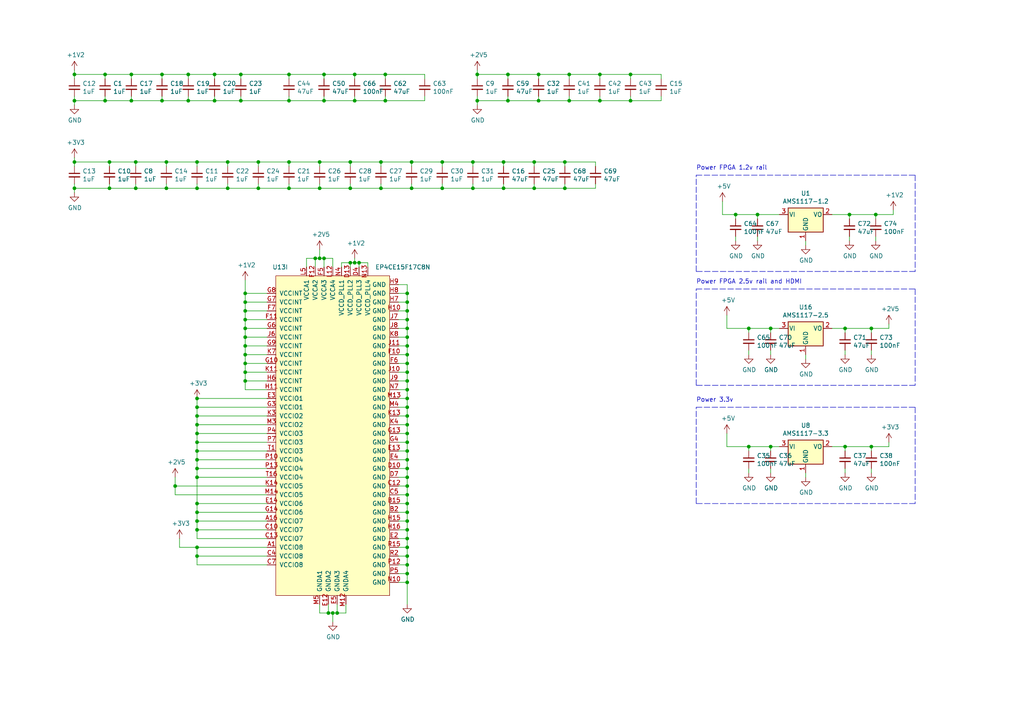
<source format=kicad_sch>
(kicad_sch (version 20211123) (generator eeschema)

  (uuid 4a9da171-847e-4bc4-93f9-edfe5c4b8354)

  (paper "A4")

  

  (junction (at 147.32 29.21) (diameter 0) (color 0 0 0 0)
    (uuid 0091242a-bd9b-46a6-8cd0-cc81fa5db24e)
  )
  (junction (at 57.15 146.05) (diameter 0) (color 0 0 0 0)
    (uuid 01478f52-711e-460d-9130-927d9df325cb)
  )
  (junction (at 71.12 110.49) (diameter 0) (color 0 0 0 0)
    (uuid 024cc201-4a12-4ae8-bfab-38147f08c82b)
  )
  (junction (at 71.12 85.09) (diameter 0) (color 0 0 0 0)
    (uuid 035e0cf3-8ba7-4e18-8dd3-f8e636f1c886)
  )
  (junction (at 69.85 21.59) (diameter 0) (color 0 0 0 0)
    (uuid 03f16627-7ce3-4e9a-9706-778678e98c1c)
  )
  (junction (at 93.98 74.93) (diameter 0) (color 0 0 0 0)
    (uuid 045e2b02-bbb9-4128-b50f-816a961b17ef)
  )
  (junction (at 93.98 29.21) (diameter 0) (color 0 0 0 0)
    (uuid 04f09747-54bd-4ccb-936d-3baa80652154)
  )
  (junction (at 31.75 54.61) (diameter 0) (color 0 0 0 0)
    (uuid 05e97569-cb43-4bfe-9c28-ea03e56f9c42)
  )
  (junction (at 102.87 29.21) (diameter 0) (color 0 0 0 0)
    (uuid 0c190730-a9e0-4c4a-8e33-74ee97fb990f)
  )
  (junction (at 95.25 177.8) (diameter 0) (color 0 0 0 0)
    (uuid 0fd3f13d-0c3f-4c8e-b91e-1739efdf550b)
  )
  (junction (at 93.98 21.59) (diameter 0) (color 0 0 0 0)
    (uuid 10e85d49-8c1d-4e38-920c-77246389daec)
  )
  (junction (at 91.44 74.93) (diameter 0) (color 0 0 0 0)
    (uuid 1108f7d7-1300-4e64-9d0c-b460edb02c0e)
  )
  (junction (at 57.15 158.75) (diameter 0) (color 0 0 0 0)
    (uuid 12b00521-7c4e-40ed-8476-41166bc98232)
  )
  (junction (at 71.12 87.63) (diameter 0) (color 0 0 0 0)
    (uuid 12b06950-23c0-46a3-97b4-485917511191)
  )
  (junction (at 46.99 21.59) (diameter 0) (color 0 0 0 0)
    (uuid 13f30964-a0e5-4b66-a3b0-82966c8576ce)
  )
  (junction (at 137.16 54.61) (diameter 0) (color 0 0 0 0)
    (uuid 141d55e7-f9fa-486e-a08c-0c5785aa9581)
  )
  (junction (at 118.11 128.27) (diameter 0) (color 0 0 0 0)
    (uuid 14b56486-a565-4ad2-9d4e-44e6442ea175)
  )
  (junction (at 66.04 54.61) (diameter 0) (color 0 0 0 0)
    (uuid 162f154d-2c07-4117-86f4-e015b02985f7)
  )
  (junction (at 57.15 153.67) (diameter 0) (color 0 0 0 0)
    (uuid 1962e27a-f25d-407c-98fc-1bbfd329b44d)
  )
  (junction (at 182.88 21.59) (diameter 0) (color 0 0 0 0)
    (uuid 1ba339fd-3eed-4093-adef-1f8b6939e3c2)
  )
  (junction (at 118.11 115.57) (diameter 0) (color 0 0 0 0)
    (uuid 2717f789-6e9a-45e5-ba68-0e97a483a090)
  )
  (junction (at 83.82 46.99) (diameter 0) (color 0 0 0 0)
    (uuid 27907456-675f-4372-8456-3255fdd1a95d)
  )
  (junction (at 71.12 90.17) (diameter 0) (color 0 0 0 0)
    (uuid 2a5ed4f1-2e39-45ae-bf53-791630bc4cad)
  )
  (junction (at 213.36 62.23) (diameter 0) (color 0 0 0 0)
    (uuid 2b3b0810-cd1d-48a1-a104-fe015cf2af3c)
  )
  (junction (at 217.17 95.25) (diameter 0) (color 0 0 0 0)
    (uuid 2c6fedfa-d124-4a32-aaf9-1170178a9e41)
  )
  (junction (at 118.11 85.09) (diameter 0) (color 0 0 0 0)
    (uuid 2e0de0fd-ad73-4e93-8d2e-96ad3d9f4bc7)
  )
  (junction (at 173.99 29.21) (diameter 0) (color 0 0 0 0)
    (uuid 2f21cb60-1df5-4469-8858-6fe21b88fa8a)
  )
  (junction (at 118.11 166.37) (diameter 0) (color 0 0 0 0)
    (uuid 2f3a1eef-c0ff-4ac8-8219-88f2fd3d4333)
  )
  (junction (at 217.17 129.54) (diameter 0) (color 0 0 0 0)
    (uuid 393f0e56-c2d5-4ea4-8463-50265bc94d2d)
  )
  (junction (at 92.71 74.93) (diameter 0) (color 0 0 0 0)
    (uuid 39b77ad4-840a-4880-8672-f09699d06495)
  )
  (junction (at 154.94 46.99) (diameter 0) (color 0 0 0 0)
    (uuid 3c6ce34b-07ed-4efb-887e-8dcc88f1612e)
  )
  (junction (at 118.11 113.03) (diameter 0) (color 0 0 0 0)
    (uuid 3cdd1d4e-65c2-4726-934e-57a60432541b)
  )
  (junction (at 118.11 168.91) (diameter 0) (color 0 0 0 0)
    (uuid 3ff9be75-0570-418f-a5fc-6ed51d4eae5c)
  )
  (junction (at 219.71 62.23) (diameter 0) (color 0 0 0 0)
    (uuid 41456f29-a703-4d12-85d0-c21ea7c0a452)
  )
  (junction (at 110.49 54.61) (diameter 0) (color 0 0 0 0)
    (uuid 42460404-dc50-4148-9d5f-cac0b90af438)
  )
  (junction (at 71.12 100.33) (diameter 0) (color 0 0 0 0)
    (uuid 46c350bb-7de4-4e81-aafd-4af55e37aab0)
  )
  (junction (at 182.88 29.21) (diameter 0) (color 0 0 0 0)
    (uuid 4a333138-062a-4541-87e1-d6ef03b1e3dd)
  )
  (junction (at 118.11 133.35) (diameter 0) (color 0 0 0 0)
    (uuid 52d8e7e5-a13c-454e-a4ac-2f9fbb38f9bc)
  )
  (junction (at 118.11 135.89) (diameter 0) (color 0 0 0 0)
    (uuid 54cef379-8a16-4ade-956d-519a53329bc3)
  )
  (junction (at 118.11 87.63) (diameter 0) (color 0 0 0 0)
    (uuid 551310a4-3882-4605-bfec-f0802df1435c)
  )
  (junction (at 118.11 107.95) (diameter 0) (color 0 0 0 0)
    (uuid 5962fb65-4840-4342-83d8-ebe11a13a0c5)
  )
  (junction (at 57.15 115.57) (diameter 0) (color 0 0 0 0)
    (uuid 5a379621-58ee-4146-baab-da833a7fa375)
  )
  (junction (at 71.12 105.41) (diameter 0) (color 0 0 0 0)
    (uuid 5a4bc6d2-0d85-4372-a33c-675ce6ae880e)
  )
  (junction (at 118.11 156.21) (diameter 0) (color 0 0 0 0)
    (uuid 5bcf876f-136c-4dac-ae61-fa226f0c392d)
  )
  (junction (at 57.15 120.65) (diameter 0) (color 0 0 0 0)
    (uuid 5e01567b-a9f5-4f86-b76a-2572d29d2d44)
  )
  (junction (at 21.59 54.61) (diameter 0) (color 0 0 0 0)
    (uuid 5ed3eb6e-4113-4e4a-93ef-848547ba49e9)
  )
  (junction (at 147.32 21.59) (diameter 0) (color 0 0 0 0)
    (uuid 5ff98705-cf67-403d-b0a1-4c57aba0bbdc)
  )
  (junction (at 118.11 153.67) (diameter 0) (color 0 0 0 0)
    (uuid 61c1ad0a-88fa-4e84-b6d4-f39d3cd9072a)
  )
  (junction (at 245.11 129.54) (diameter 0) (color 0 0 0 0)
    (uuid 6640c556-30bc-4fc7-a797-35ec65cf0f77)
  )
  (junction (at 38.1 21.59) (diameter 0) (color 0 0 0 0)
    (uuid 67ddd466-4c05-43d1-b9c1-73558050f6fc)
  )
  (junction (at 74.93 46.99) (diameter 0) (color 0 0 0 0)
    (uuid 67f80db7-ac30-4dde-8bf8-915428d171ed)
  )
  (junction (at 146.05 46.99) (diameter 0) (color 0 0 0 0)
    (uuid 684dd321-c877-439a-a4d1-bec26f55cf89)
  )
  (junction (at 118.11 143.51) (diameter 0) (color 0 0 0 0)
    (uuid 6b6fa031-d624-43d1-842e-f25c3d8a114c)
  )
  (junction (at 118.11 148.59) (diameter 0) (color 0 0 0 0)
    (uuid 6c7215dc-2dbc-4951-bfca-623bac82e99f)
  )
  (junction (at 31.75 46.99) (diameter 0) (color 0 0 0 0)
    (uuid 6e58d35e-842e-41f9-b302-a0606bc2c8e5)
  )
  (junction (at 48.26 54.61) (diameter 0) (color 0 0 0 0)
    (uuid 7075a498-5749-4f19-ba7d-9b8161486d1a)
  )
  (junction (at 57.15 130.81) (diameter 0) (color 0 0 0 0)
    (uuid 7331b4f5-537b-4797-b38c-6afa10e0716d)
  )
  (junction (at 118.11 95.25) (diameter 0) (color 0 0 0 0)
    (uuid 76ff16ff-0d33-4704-b0f8-f9c9f4b3e595)
  )
  (junction (at 101.6 54.61) (diameter 0) (color 0 0 0 0)
    (uuid 777a7d71-7105-4515-9e2c-011e98c36c8b)
  )
  (junction (at 83.82 21.59) (diameter 0) (color 0 0 0 0)
    (uuid 77a09c2e-107d-4a82-95c7-b222303ba715)
  )
  (junction (at 118.11 100.33) (diameter 0) (color 0 0 0 0)
    (uuid 787ed861-bac6-4a43-9839-40cdf7ee276e)
  )
  (junction (at 57.15 128.27) (diameter 0) (color 0 0 0 0)
    (uuid 789426ba-1b00-402b-9dd7-4cc463c090a5)
  )
  (junction (at 118.11 140.97) (diameter 0) (color 0 0 0 0)
    (uuid 78ec32a0-9a51-4ce8-b9fc-3040bef6a908)
  )
  (junction (at 118.11 125.73) (diameter 0) (color 0 0 0 0)
    (uuid 7a892666-f893-4a9e-a892-48887ab6e38d)
  )
  (junction (at 57.15 151.13) (diameter 0) (color 0 0 0 0)
    (uuid 7d09a68e-643b-46b5-bca3-b94cb9bccd70)
  )
  (junction (at 71.12 97.79) (diameter 0) (color 0 0 0 0)
    (uuid 7d74b5e4-377b-4d94-8b21-289fadde7386)
  )
  (junction (at 62.23 21.59) (diameter 0) (color 0 0 0 0)
    (uuid 7e14a6ba-72c9-486f-8ebf-f83333348517)
  )
  (junction (at 165.1 21.59) (diameter 0) (color 0 0 0 0)
    (uuid 7e97b323-0f13-4745-becc-fa60e39b31ab)
  )
  (junction (at 46.99 29.21) (diameter 0) (color 0 0 0 0)
    (uuid 7f04153d-9d5e-47af-b99d-bc6a387c9a6f)
  )
  (junction (at 57.15 46.99) (diameter 0) (color 0 0 0 0)
    (uuid 8106e159-fb99-406c-bc50-06500718779d)
  )
  (junction (at 118.11 161.29) (diameter 0) (color 0 0 0 0)
    (uuid 849ef7e5-8097-4aee-8015-323905546838)
  )
  (junction (at 223.52 95.25) (diameter 0) (color 0 0 0 0)
    (uuid 84f23cc9-9d15-4bf2-9356-88729f7800a5)
  )
  (junction (at 128.27 46.99) (diameter 0) (color 0 0 0 0)
    (uuid 88d47af8-f385-41c3-a158-4c2020d5a72a)
  )
  (junction (at 39.37 46.99) (diameter 0) (color 0 0 0 0)
    (uuid 8af22483-6986-4db8-a478-e3da735ace71)
  )
  (junction (at 57.15 135.89) (diameter 0) (color 0 0 0 0)
    (uuid 8bb0a05e-e024-4c96-8062-b72bb8f6b3b6)
  )
  (junction (at 118.11 146.05) (diameter 0) (color 0 0 0 0)
    (uuid 8bd335e3-f9cc-4141-b62c-89e6f2cea9b6)
  )
  (junction (at 21.59 21.59) (diameter 0) (color 0 0 0 0)
    (uuid 8d6a069f-4023-40e5-b77a-c447eb7c2730)
  )
  (junction (at 111.76 21.59) (diameter 0) (color 0 0 0 0)
    (uuid 8e2a2f6b-8167-4ac5-b2a6-8fefc2e5007d)
  )
  (junction (at 57.15 161.29) (diameter 0) (color 0 0 0 0)
    (uuid 8fe65e92-8ad0-4c44-9f8d-c997fb37f7c6)
  )
  (junction (at 62.23 29.21) (diameter 0) (color 0 0 0 0)
    (uuid 91c784cb-86f4-4eb1-9d7f-7df9c50ff534)
  )
  (junction (at 101.6 76.2) (diameter 0) (color 0 0 0 0)
    (uuid 932b167d-ddab-4c71-b0d5-3168e84d05b6)
  )
  (junction (at 83.82 54.61) (diameter 0) (color 0 0 0 0)
    (uuid 9397f066-146e-4896-a893-48ef11276451)
  )
  (junction (at 57.15 148.59) (diameter 0) (color 0 0 0 0)
    (uuid 9795a58d-0ac3-430a-9422-aa4c197a5f6c)
  )
  (junction (at 156.21 29.21) (diameter 0) (color 0 0 0 0)
    (uuid 988c23bd-6bf9-4ea3-a1d5-3f5ff466a45e)
  )
  (junction (at 252.73 95.25) (diameter 0) (color 0 0 0 0)
    (uuid 9b5bbbea-ca45-4da3-962b-10accf46ad7c)
  )
  (junction (at 30.48 29.21) (diameter 0) (color 0 0 0 0)
    (uuid 9b86d498-b713-4140-97c2-940c95f43f16)
  )
  (junction (at 137.16 46.99) (diameter 0) (color 0 0 0 0)
    (uuid 9c476165-300e-4e08-a354-4288b203c377)
  )
  (junction (at 54.61 21.59) (diameter 0) (color 0 0 0 0)
    (uuid 9eaea750-5e59-4015-bbbc-7f0606821920)
  )
  (junction (at 71.12 92.71) (diameter 0) (color 0 0 0 0)
    (uuid 9f32a78e-0b59-4846-9068-4909840a34ae)
  )
  (junction (at 71.12 95.25) (diameter 0) (color 0 0 0 0)
    (uuid 9fa50f42-0778-414e-80a5-be6ea027c650)
  )
  (junction (at 57.15 123.19) (diameter 0) (color 0 0 0 0)
    (uuid a15739ab-9211-4aeb-9603-bc7b827421d7)
  )
  (junction (at 102.87 21.59) (diameter 0) (color 0 0 0 0)
    (uuid a2596afc-a768-4a7c-9191-a7e735f775bd)
  )
  (junction (at 138.43 21.59) (diameter 0) (color 0 0 0 0)
    (uuid a277cb94-54f4-4201-9b19-13124e8120b4)
  )
  (junction (at 92.71 54.61) (diameter 0) (color 0 0 0 0)
    (uuid a39b3356-a010-429a-a766-68905309a2a8)
  )
  (junction (at 146.05 54.61) (diameter 0) (color 0 0 0 0)
    (uuid a3f3a018-6a6b-4914-95d4-b6f25692820f)
  )
  (junction (at 21.59 46.99) (diameter 0) (color 0 0 0 0)
    (uuid a5e8c014-a02c-48a7-a56b-b148c03b0656)
  )
  (junction (at 165.1 29.21) (diameter 0) (color 0 0 0 0)
    (uuid a6d8eddd-c1b7-4ec6-be66-ae5ff2fbee45)
  )
  (junction (at 118.11 120.65) (diameter 0) (color 0 0 0 0)
    (uuid a7b396e8-387b-4006-982d-ca6acb770010)
  )
  (junction (at 111.76 29.21) (diameter 0) (color 0 0 0 0)
    (uuid b4180bb0-8dc9-48ec-9931-26e9377a82e1)
  )
  (junction (at 223.52 129.54) (diameter 0) (color 0 0 0 0)
    (uuid bc234a96-8e81-44f9-b2e6-4514c92af46f)
  )
  (junction (at 110.49 46.99) (diameter 0) (color 0 0 0 0)
    (uuid be9bd86b-4cd5-4bd2-a31b-b062107d2a54)
  )
  (junction (at 156.21 21.59) (diameter 0) (color 0 0 0 0)
    (uuid c034fa22-c359-4a30-b345-2b159807ba6c)
  )
  (junction (at 173.99 21.59) (diameter 0) (color 0 0 0 0)
    (uuid c5c59683-c7c2-4b4e-928e-13e0f78a5fa5)
  )
  (junction (at 57.15 133.35) (diameter 0) (color 0 0 0 0)
    (uuid c5ec54f0-0d08-4954-a314-8acf9272ac84)
  )
  (junction (at 118.11 151.13) (diameter 0) (color 0 0 0 0)
    (uuid c84e14d3-e4ed-44aa-a72a-e3cd27cfffa7)
  )
  (junction (at 57.15 118.11) (diameter 0) (color 0 0 0 0)
    (uuid ca9af257-407b-4fa6-90c5-8313bc030faa)
  )
  (junction (at 138.43 29.21) (diameter 0) (color 0 0 0 0)
    (uuid ca9b4264-1527-4eb9-9c4a-0f8f3219656b)
  )
  (junction (at 118.11 92.71) (diameter 0) (color 0 0 0 0)
    (uuid cb6506b0-3912-438a-b6ea-123a23611666)
  )
  (junction (at 69.85 29.21) (diameter 0) (color 0 0 0 0)
    (uuid cca964ad-d64e-4c84-a05a-4b48498db544)
  )
  (junction (at 50.8 140.97) (diameter 0) (color 0 0 0 0)
    (uuid ccdcd4fd-03cc-4196-93ad-841bb5ede2f5)
  )
  (junction (at 104.14 76.2) (diameter 0) (color 0 0 0 0)
    (uuid d253b606-c6d4-4ab5-bb6d-97f4b72f210a)
  )
  (junction (at 119.38 54.61) (diameter 0) (color 0 0 0 0)
    (uuid d2eb360b-2bc4-4408-a8b3-07959277e262)
  )
  (junction (at 254 62.23) (diameter 0) (color 0 0 0 0)
    (uuid d4512ec7-3389-4b56-9e8b-bdbd8a828957)
  )
  (junction (at 101.6 46.99) (diameter 0) (color 0 0 0 0)
    (uuid d4a14347-f106-4fab-9c3e-cd8a875c683c)
  )
  (junction (at 163.83 46.99) (diameter 0) (color 0 0 0 0)
    (uuid d4afa5e8-9757-447e-9a26-66d5df023d71)
  )
  (junction (at 119.38 46.99) (diameter 0) (color 0 0 0 0)
    (uuid d6359131-a990-459a-850e-6c100e2b0fca)
  )
  (junction (at 163.83 54.61) (diameter 0) (color 0 0 0 0)
    (uuid d6ba3164-fde5-407c-b20d-e6bb69620a1b)
  )
  (junction (at 66.04 46.99) (diameter 0) (color 0 0 0 0)
    (uuid d6d675b8-f9ac-4030-acc8-a357acd0a266)
  )
  (junction (at 57.15 125.73) (diameter 0) (color 0 0 0 0)
    (uuid d8a72df0-904a-413a-8147-12e635dec35e)
  )
  (junction (at 92.71 46.99) (diameter 0) (color 0 0 0 0)
    (uuid d8ac61b3-a533-4f15-9856-f7b341d352a1)
  )
  (junction (at 118.11 90.17) (diameter 0) (color 0 0 0 0)
    (uuid d92867dc-3e98-46a9-a48e-3161efe31b10)
  )
  (junction (at 118.11 105.41) (diameter 0) (color 0 0 0 0)
    (uuid dacff3a5-d976-4461-a265-5c771e382f92)
  )
  (junction (at 118.11 158.75) (diameter 0) (color 0 0 0 0)
    (uuid dce81c27-16c7-4397-b7d9-dfe2225cc620)
  )
  (junction (at 118.11 138.43) (diameter 0) (color 0 0 0 0)
    (uuid e06d1eab-cb86-4592-b7c5-13289f2591ff)
  )
  (junction (at 21.59 29.21) (diameter 0) (color 0 0 0 0)
    (uuid e06f99ab-70c9-48e0-9786-de35bc5b9bdc)
  )
  (junction (at 39.37 54.61) (diameter 0) (color 0 0 0 0)
    (uuid e13a898a-5de8-4d94-a80e-b064cdd01fc8)
  )
  (junction (at 118.11 97.79) (diameter 0) (color 0 0 0 0)
    (uuid e216a3d4-c7c0-40e0-9701-6d206641d342)
  )
  (junction (at 246.38 62.23) (diameter 0) (color 0 0 0 0)
    (uuid e294d04e-3720-4cda-b63e-078484e0733c)
  )
  (junction (at 57.15 54.61) (diameter 0) (color 0 0 0 0)
    (uuid e29ecb3b-bdd4-4ff6-80c6-b91117ba47bf)
  )
  (junction (at 54.61 29.21) (diameter 0) (color 0 0 0 0)
    (uuid e2eaff9d-4c94-4311-bec0-a13146b760ca)
  )
  (junction (at 252.73 129.54) (diameter 0) (color 0 0 0 0)
    (uuid ea399d10-1f30-4eb9-af71-91adeba50151)
  )
  (junction (at 118.11 163.83) (diameter 0) (color 0 0 0 0)
    (uuid eae6cb64-c798-40f3-b4c3-dcefb9e0714c)
  )
  (junction (at 71.12 107.95) (diameter 0) (color 0 0 0 0)
    (uuid eae70e4c-a4fe-42ec-9720-c05b32ed5140)
  )
  (junction (at 57.15 138.43) (diameter 0) (color 0 0 0 0)
    (uuid eaf7bad2-f505-4235-ac62-4996b9281847)
  )
  (junction (at 97.79 177.8) (diameter 0) (color 0 0 0 0)
    (uuid eb154998-e619-45d3-80ac-fd884505378c)
  )
  (junction (at 83.82 29.21) (diameter 0) (color 0 0 0 0)
    (uuid ebcfdf36-110d-4f79-9de0-e4fcd76c1d6e)
  )
  (junction (at 38.1 29.21) (diameter 0) (color 0 0 0 0)
    (uuid ed15d2ab-884d-4309-8fc5-a20c99e91302)
  )
  (junction (at 48.26 46.99) (diameter 0) (color 0 0 0 0)
    (uuid f081c5ee-2d7c-454a-ae5e-f89b6ddc1d26)
  )
  (junction (at 30.48 21.59) (diameter 0) (color 0 0 0 0)
    (uuid f1da6dec-d569-4cfe-b70b-354611bf1d93)
  )
  (junction (at 118.11 118.11) (diameter 0) (color 0 0 0 0)
    (uuid f27a0a1a-93ad-49f4-89fe-1730de977ec9)
  )
  (junction (at 71.12 102.87) (diameter 0) (color 0 0 0 0)
    (uuid f38fe8c7-e201-4a5d-b85e-99900ccf700f)
  )
  (junction (at 102.87 76.2) (diameter 0) (color 0 0 0 0)
    (uuid f48726b8-0a84-4a45-918f-9908a36bbb39)
  )
  (junction (at 96.52 177.8) (diameter 0) (color 0 0 0 0)
    (uuid f63e0144-2120-44f8-87b4-16ef8ae471f6)
  )
  (junction (at 118.11 123.19) (diameter 0) (color 0 0 0 0)
    (uuid f65da57c-5a39-4e71-a4f8-1adb60cea20b)
  )
  (junction (at 128.27 54.61) (diameter 0) (color 0 0 0 0)
    (uuid f75ad864-f096-4907-b31d-1a5733db4331)
  )
  (junction (at 154.94 54.61) (diameter 0) (color 0 0 0 0)
    (uuid f8371471-4211-4368-9dd3-157e5ded70c0)
  )
  (junction (at 118.11 130.81) (diameter 0) (color 0 0 0 0)
    (uuid fa52b214-9e18-40f6-ba83-46690adc9999)
  )
  (junction (at 245.11 95.25) (diameter 0) (color 0 0 0 0)
    (uuid fa5d9c89-54e0-49e6-a404-29eddf2326d4)
  )
  (junction (at 118.11 110.49) (diameter 0) (color 0 0 0 0)
    (uuid fa96cd3f-f267-4e6d-9212-fd48f9f4aabe)
  )
  (junction (at 74.93 54.61) (diameter 0) (color 0 0 0 0)
    (uuid fdc927f3-9ea5-4abb-b957-1dbde7dca836)
  )
  (junction (at 118.11 102.87) (diameter 0) (color 0 0 0 0)
    (uuid fe148714-b0cf-44d7-9b6c-f06914620619)
  )

  (wire (pts (xy 115.57 151.13) (xy 118.11 151.13))
    (stroke (width 0) (type default) (color 0 0 0 0))
    (uuid 03feac72-98b7-4654-a672-d344349eb6a0)
  )
  (wire (pts (xy 219.71 68.58) (xy 219.71 69.85))
    (stroke (width 0) (type default) (color 0 0 0 0))
    (uuid 0432af54-cd35-4c3c-88e6-bbc1a7d2c6b4)
  )
  (wire (pts (xy 115.57 158.75) (xy 118.11 158.75))
    (stroke (width 0) (type default) (color 0 0 0 0))
    (uuid 0580ba4c-51c4-4298-ad74-e9c2ef4e04a2)
  )
  (wire (pts (xy 252.73 129.54) (xy 257.81 129.54))
    (stroke (width 0) (type default) (color 0 0 0 0))
    (uuid 05a3fd88-c58e-4323-96ff-70847ec682b8)
  )
  (wire (pts (xy 21.59 29.21) (xy 30.48 29.21))
    (stroke (width 0) (type default) (color 0 0 0 0))
    (uuid 060a9d78-785b-4e95-9f27-c70c9bd79368)
  )
  (wire (pts (xy 71.12 95.25) (xy 77.47 95.25))
    (stroke (width 0) (type default) (color 0 0 0 0))
    (uuid 064a14d4-7625-4c17-9926-3bc8bef61c95)
  )
  (wire (pts (xy 69.85 27.94) (xy 69.85 29.21))
    (stroke (width 0) (type default) (color 0 0 0 0))
    (uuid 06a29087-be12-4782-ab0c-68019175faac)
  )
  (wire (pts (xy 83.82 21.59) (xy 93.98 21.59))
    (stroke (width 0) (type default) (color 0 0 0 0))
    (uuid 07678248-0774-49ca-a377-01b7e220adb6)
  )
  (wire (pts (xy 52.07 158.75) (xy 52.07 156.21))
    (stroke (width 0) (type default) (color 0 0 0 0))
    (uuid 0771d364-a669-462b-8c26-3e56d6fd2b2c)
  )
  (wire (pts (xy 21.59 27.94) (xy 21.59 29.21))
    (stroke (width 0) (type default) (color 0 0 0 0))
    (uuid 0816bee4-5935-4741-bd0f-c370f413b02b)
  )
  (wire (pts (xy 165.1 29.21) (xy 165.1 27.94))
    (stroke (width 0) (type default) (color 0 0 0 0))
    (uuid 093c99d2-6e87-428b-a172-e8573afe4705)
  )
  (wire (pts (xy 115.57 105.41) (xy 118.11 105.41))
    (stroke (width 0) (type default) (color 0 0 0 0))
    (uuid 0988bdab-20b2-4388-83a8-9cfbb33342b3)
  )
  (wire (pts (xy 111.76 29.21) (xy 111.76 27.94))
    (stroke (width 0) (type default) (color 0 0 0 0))
    (uuid 09986a87-49c2-4491-b1b1-87dfad52ab95)
  )
  (wire (pts (xy 83.82 54.61) (xy 83.82 53.34))
    (stroke (width 0) (type default) (color 0 0 0 0))
    (uuid 0a3cbae7-b160-4bf5-bc29-b843867e2bbd)
  )
  (wire (pts (xy 118.11 100.33) (xy 118.11 97.79))
    (stroke (width 0) (type default) (color 0 0 0 0))
    (uuid 0c3dbbcf-98e0-48d2-853d-b67234b32313)
  )
  (wire (pts (xy 31.75 46.99) (xy 31.75 48.26))
    (stroke (width 0) (type default) (color 0 0 0 0))
    (uuid 0db2329c-20dc-462b-b20a-ad6f2e2cbe93)
  )
  (wire (pts (xy 138.43 27.94) (xy 138.43 29.21))
    (stroke (width 0) (type default) (color 0 0 0 0))
    (uuid 0de56762-ce56-43f6-b2d4-e1179688ff91)
  )
  (wire (pts (xy 102.87 29.21) (xy 102.87 27.94))
    (stroke (width 0) (type default) (color 0 0 0 0))
    (uuid 0e37a1ae-bf06-4c70-ae4c-e7cee553b0b3)
  )
  (wire (pts (xy 48.26 46.99) (xy 57.15 46.99))
    (stroke (width 0) (type default) (color 0 0 0 0))
    (uuid 0f6ca36b-4e91-4d2e-9f6d-1a233014754f)
  )
  (wire (pts (xy 118.11 146.05) (xy 118.11 143.51))
    (stroke (width 0) (type default) (color 0 0 0 0))
    (uuid 105fbd65-eb38-4079-82aa-c51ab8697030)
  )
  (wire (pts (xy 104.14 76.2) (xy 106.68 76.2))
    (stroke (width 0) (type default) (color 0 0 0 0))
    (uuid 1087999d-983e-42bf-b325-b81c766947cc)
  )
  (wire (pts (xy 83.82 54.61) (xy 92.71 54.61))
    (stroke (width 0) (type default) (color 0 0 0 0))
    (uuid 116dcb13-d6f5-40e1-b835-53753121c5b4)
  )
  (wire (pts (xy 118.11 130.81) (xy 118.11 128.27))
    (stroke (width 0) (type default) (color 0 0 0 0))
    (uuid 11d8a1c9-2fe6-4f06-af2c-43205f80d2b1)
  )
  (wire (pts (xy 219.71 62.23) (xy 226.06 62.23))
    (stroke (width 0) (type default) (color 0 0 0 0))
    (uuid 12fc5fae-2589-481a-9c5c-1325ed3bb3b8)
  )
  (wire (pts (xy 115.57 140.97) (xy 118.11 140.97))
    (stroke (width 0) (type default) (color 0 0 0 0))
    (uuid 135735c6-9c20-4bf3-849f-8a3683d0618a)
  )
  (wire (pts (xy 57.15 146.05) (xy 77.47 146.05))
    (stroke (width 0) (type default) (color 0 0 0 0))
    (uuid 142e2cf6-b82f-4007-9894-377d26b8ab0d)
  )
  (wire (pts (xy 115.57 107.95) (xy 118.11 107.95))
    (stroke (width 0) (type default) (color 0 0 0 0))
    (uuid 15dc4b2e-003f-454e-bdaf-e1febd8c55e0)
  )
  (wire (pts (xy 62.23 21.59) (xy 62.23 22.86))
    (stroke (width 0) (type default) (color 0 0 0 0))
    (uuid 1613aea2-74ff-456a-8f58-2ae446640750)
  )
  (wire (pts (xy 118.11 110.49) (xy 118.11 107.95))
    (stroke (width 0) (type default) (color 0 0 0 0))
    (uuid 169fbf9e-c683-4879-aed2-ef27f2a35b47)
  )
  (wire (pts (xy 154.94 54.61) (xy 163.83 54.61))
    (stroke (width 0) (type default) (color 0 0 0 0))
    (uuid 16e7dd30-8a60-41e6-8325-60db1ff50bda)
  )
  (wire (pts (xy 115.57 118.11) (xy 118.11 118.11))
    (stroke (width 0) (type default) (color 0 0 0 0))
    (uuid 179ded49-c8d7-40c2-a728-5841fda625bd)
  )
  (wire (pts (xy 69.85 21.59) (xy 83.82 21.59))
    (stroke (width 0) (type default) (color 0 0 0 0))
    (uuid 181135d6-242b-4baf-94b0-054802ef6df0)
  )
  (wire (pts (xy 71.12 92.71) (xy 71.12 95.25))
    (stroke (width 0) (type default) (color 0 0 0 0))
    (uuid 18918f47-bbcf-470e-91e3-9d9829868ca1)
  )
  (wire (pts (xy 119.38 46.99) (xy 119.38 48.26))
    (stroke (width 0) (type default) (color 0 0 0 0))
    (uuid 1947ea8e-3ea5-493b-ab1c-4e8c5a675398)
  )
  (wire (pts (xy 57.15 153.67) (xy 57.15 156.21))
    (stroke (width 0) (type default) (color 0 0 0 0))
    (uuid 1c44338c-b9a1-4269-978f-e8fd90211a46)
  )
  (wire (pts (xy 182.88 21.59) (xy 191.77 21.59))
    (stroke (width 0) (type default) (color 0 0 0 0))
    (uuid 1cdb9155-c146-40d9-bead-b709bf7a6467)
  )
  (wire (pts (xy 246.38 62.23) (xy 246.38 63.5))
    (stroke (width 0) (type default) (color 0 0 0 0))
    (uuid 1d052412-811d-4384-b62d-b10970534fb5)
  )
  (wire (pts (xy 115.57 102.87) (xy 118.11 102.87))
    (stroke (width 0) (type default) (color 0 0 0 0))
    (uuid 208a6583-df1c-4ff8-9045-47b7770a5518)
  )
  (polyline (pts (xy 201.93 78.74) (xy 201.93 50.8))
    (stroke (width 0) (type default) (color 0 0 0 0))
    (uuid 22e92cb2-fddd-4edc-a5bc-370417db5793)
  )

  (wire (pts (xy 154.94 46.99) (xy 163.83 46.99))
    (stroke (width 0) (type default) (color 0 0 0 0))
    (uuid 22f315f8-0151-4d27-8242-3486735e4932)
  )
  (wire (pts (xy 146.05 46.99) (xy 154.94 46.99))
    (stroke (width 0) (type default) (color 0 0 0 0))
    (uuid 23714fc1-59db-4500-9d38-af86ea69fe3f)
  )
  (wire (pts (xy 156.21 21.59) (xy 165.1 21.59))
    (stroke (width 0) (type default) (color 0 0 0 0))
    (uuid 245afab8-87c2-4797-af78-aa00d5229c94)
  )
  (wire (pts (xy 223.52 101.6) (xy 223.52 102.87))
    (stroke (width 0) (type default) (color 0 0 0 0))
    (uuid 24b42847-745f-4b13-9d2d-3ca8b56bc9de)
  )
  (polyline (pts (xy 265.43 118.11) (xy 265.43 146.05))
    (stroke (width 0) (type default) (color 0 0 0 0))
    (uuid 25f3023a-0b40-4b57-b672-1aea8836d4eb)
  )

  (wire (pts (xy 138.43 29.21) (xy 138.43 30.48))
    (stroke (width 0) (type default) (color 0 0 0 0))
    (uuid 260c26af-1e30-4624-94a4-7cbfebc53f93)
  )
  (wire (pts (xy 115.57 90.17) (xy 118.11 90.17))
    (stroke (width 0) (type default) (color 0 0 0 0))
    (uuid 26b5b06d-6731-4f1d-a50f-a1a758285eac)
  )
  (wire (pts (xy 57.15 148.59) (xy 57.15 146.05))
    (stroke (width 0) (type default) (color 0 0 0 0))
    (uuid 28221cea-e5dd-4443-909d-f89dc42a5054)
  )
  (wire (pts (xy 101.6 54.61) (xy 110.49 54.61))
    (stroke (width 0) (type default) (color 0 0 0 0))
    (uuid 291cc86e-d7a1-4f14-983b-0e47c854bfea)
  )
  (wire (pts (xy 217.17 129.54) (xy 223.52 129.54))
    (stroke (width 0) (type default) (color 0 0 0 0))
    (uuid 29ec1054-96e5-4371-8fe7-f31c027b27f9)
  )
  (wire (pts (xy 118.11 163.83) (xy 118.11 161.29))
    (stroke (width 0) (type default) (color 0 0 0 0))
    (uuid 2a093840-0bdf-41ea-a70e-7ac20376c639)
  )
  (wire (pts (xy 97.79 177.8) (xy 100.33 177.8))
    (stroke (width 0) (type default) (color 0 0 0 0))
    (uuid 2a3624de-1e65-44b5-8315-a1c35dfa4ff3)
  )
  (wire (pts (xy 21.59 29.21) (xy 21.59 30.48))
    (stroke (width 0) (type default) (color 0 0 0 0))
    (uuid 2b5ef57e-9829-4c8c-a772-0c450fa178e8)
  )
  (wire (pts (xy 21.59 21.59) (xy 21.59 22.86))
    (stroke (width 0) (type default) (color 0 0 0 0))
    (uuid 2ca7d35c-f03b-45eb-bc5e-72292d02981d)
  )
  (wire (pts (xy 118.11 151.13) (xy 118.11 148.59))
    (stroke (width 0) (type default) (color 0 0 0 0))
    (uuid 2cdac68d-7c68-4dee-83f4-c82da698979f)
  )
  (wire (pts (xy 91.44 74.93) (xy 91.44 77.47))
    (stroke (width 0) (type default) (color 0 0 0 0))
    (uuid 2d2a12db-b659-4807-8426-fec9fa84c156)
  )
  (wire (pts (xy 252.73 95.25) (xy 257.81 95.25))
    (stroke (width 0) (type default) (color 0 0 0 0))
    (uuid 2d54211d-88b2-466c-9078-d1f5c442f872)
  )
  (polyline (pts (xy 201.93 83.82) (xy 265.43 83.82))
    (stroke (width 0) (type default) (color 0 0 0 0))
    (uuid 2f51df0b-67e2-48cd-baf9-810701c16be9)
  )

  (wire (pts (xy 57.15 133.35) (xy 77.47 133.35))
    (stroke (width 0) (type default) (color 0 0 0 0))
    (uuid 2ff466f2-a10f-4d30-86d0-258970718dd1)
  )
  (wire (pts (xy 241.3 95.25) (xy 245.11 95.25))
    (stroke (width 0) (type default) (color 0 0 0 0))
    (uuid 3097fea7-46a7-47a9-9cae-e148c8b5c995)
  )
  (wire (pts (xy 138.43 29.21) (xy 147.32 29.21))
    (stroke (width 0) (type default) (color 0 0 0 0))
    (uuid 31f320f8-9fca-458c-80c9-a63045dda05e)
  )
  (wire (pts (xy 71.12 100.33) (xy 71.12 102.87))
    (stroke (width 0) (type default) (color 0 0 0 0))
    (uuid 31f8ed65-f1fb-4ea1-b8ac-285bac028b77)
  )
  (wire (pts (xy 118.11 125.73) (xy 118.11 123.19))
    (stroke (width 0) (type default) (color 0 0 0 0))
    (uuid 32a33c14-ad35-4ab3-9d14-69821847ef1b)
  )
  (wire (pts (xy 118.11 158.75) (xy 118.11 156.21))
    (stroke (width 0) (type default) (color 0 0 0 0))
    (uuid 32f7f993-844d-4647-82bc-7e4c69fc685b)
  )
  (wire (pts (xy 62.23 29.21) (xy 69.85 29.21))
    (stroke (width 0) (type default) (color 0 0 0 0))
    (uuid 34b6b129-a76c-4a62-91cc-2743f5f4b2c4)
  )
  (wire (pts (xy 123.19 21.59) (xy 123.19 22.86))
    (stroke (width 0) (type default) (color 0 0 0 0))
    (uuid 3585a139-cfc6-4b57-99ce-0163d84caa4b)
  )
  (wire (pts (xy 71.12 105.41) (xy 71.12 107.95))
    (stroke (width 0) (type default) (color 0 0 0 0))
    (uuid 36adf605-c4e5-49a0-bfb5-ef01a47e7ac6)
  )
  (wire (pts (xy 101.6 76.2) (xy 102.87 76.2))
    (stroke (width 0) (type default) (color 0 0 0 0))
    (uuid 37a423bc-f22b-4f78-8391-c64cc41bfdd6)
  )
  (wire (pts (xy 115.57 123.19) (xy 118.11 123.19))
    (stroke (width 0) (type default) (color 0 0 0 0))
    (uuid 39146702-2809-457e-9c0d-9bd6a611c17a)
  )
  (wire (pts (xy 118.11 156.21) (xy 118.11 153.67))
    (stroke (width 0) (type default) (color 0 0 0 0))
    (uuid 392feb7d-639c-4109-b633-4f77161d9a00)
  )
  (wire (pts (xy 115.57 161.29) (xy 118.11 161.29))
    (stroke (width 0) (type default) (color 0 0 0 0))
    (uuid 3b960909-0ba4-465c-b3f3-fd447a704a1b)
  )
  (wire (pts (xy 137.16 46.99) (xy 146.05 46.99))
    (stroke (width 0) (type default) (color 0 0 0 0))
    (uuid 3d219812-261f-4741-b119-3a36b9052a99)
  )
  (wire (pts (xy 57.15 153.67) (xy 77.47 153.67))
    (stroke (width 0) (type default) (color 0 0 0 0))
    (uuid 3da59bc6-70b3-471f-bbfc-55990eeb98e5)
  )
  (wire (pts (xy 50.8 143.51) (xy 50.8 140.97))
    (stroke (width 0) (type default) (color 0 0 0 0))
    (uuid 3e93cc50-fa1e-445b-8e48-b92594ec9006)
  )
  (wire (pts (xy 137.16 46.99) (xy 137.16 48.26))
    (stroke (width 0) (type default) (color 0 0 0 0))
    (uuid 3f2f1aeb-24f2-4597-bbb9-54b12c752d6f)
  )
  (wire (pts (xy 71.12 100.33) (xy 77.47 100.33))
    (stroke (width 0) (type default) (color 0 0 0 0))
    (uuid 3f494321-e87f-4a8e-bbe5-a937d805b012)
  )
  (wire (pts (xy 71.12 90.17) (xy 71.12 92.71))
    (stroke (width 0) (type default) (color 0 0 0 0))
    (uuid 3f642266-c43d-457e-a3d0-ae48d6438db5)
  )
  (wire (pts (xy 165.1 21.59) (xy 173.99 21.59))
    (stroke (width 0) (type default) (color 0 0 0 0))
    (uuid 40f2d922-dc77-4165-a4ba-77aa54d0f1fa)
  )
  (wire (pts (xy 21.59 54.61) (xy 21.59 55.88))
    (stroke (width 0) (type default) (color 0 0 0 0))
    (uuid 42ad14a7-9025-4df7-8122-1178f2977a3b)
  )
  (wire (pts (xy 118.11 138.43) (xy 118.11 135.89))
    (stroke (width 0) (type default) (color 0 0 0 0))
    (uuid 42ba407d-a036-422b-9b59-0018a6ff74da)
  )
  (wire (pts (xy 118.11 85.09) (xy 115.57 85.09))
    (stroke (width 0) (type default) (color 0 0 0 0))
    (uuid 436b9e93-01ad-4cd2-a39e-eee50a26ba10)
  )
  (wire (pts (xy 77.47 125.73) (xy 57.15 125.73))
    (stroke (width 0) (type default) (color 0 0 0 0))
    (uuid 43a0eb75-5fcf-4672-aa9e-0cc7c7115f22)
  )
  (wire (pts (xy 39.37 46.99) (xy 39.37 48.26))
    (stroke (width 0) (type default) (color 0 0 0 0))
    (uuid 44caae53-1a52-43c9-bdd2-601a68a99b9d)
  )
  (wire (pts (xy 102.87 21.59) (xy 111.76 21.59))
    (stroke (width 0) (type default) (color 0 0 0 0))
    (uuid 45005e12-36a9-4853-a83d-a87ffad800b4)
  )
  (wire (pts (xy 71.12 81.28) (xy 71.12 85.09))
    (stroke (width 0) (type default) (color 0 0 0 0))
    (uuid 450fd788-d806-48b1-a032-8afdc8273e6e)
  )
  (polyline (pts (xy 201.93 118.11) (xy 265.43 118.11))
    (stroke (width 0) (type default) (color 0 0 0 0))
    (uuid 453a77ad-fac0-4cd4-9fca-6e04f8cfa3e5)
  )

  (wire (pts (xy 156.21 21.59) (xy 156.21 22.86))
    (stroke (width 0) (type default) (color 0 0 0 0))
    (uuid 4572eec0-5fb0-46c6-89b0-d3341f37f9b8)
  )
  (wire (pts (xy 245.11 95.25) (xy 252.73 95.25))
    (stroke (width 0) (type default) (color 0 0 0 0))
    (uuid 4660c6bf-e69d-4a4d-bdfe-d125b039e05b)
  )
  (wire (pts (xy 83.82 46.99) (xy 83.82 48.26))
    (stroke (width 0) (type default) (color 0 0 0 0))
    (uuid 48afede4-072d-4812-9a6d-de4cc719bbfc)
  )
  (wire (pts (xy 217.17 135.89) (xy 217.17 137.16))
    (stroke (width 0) (type default) (color 0 0 0 0))
    (uuid 48c77641-1046-44b0-bae8-52da953ea633)
  )
  (wire (pts (xy 71.12 97.79) (xy 77.47 97.79))
    (stroke (width 0) (type default) (color 0 0 0 0))
    (uuid 4949c210-134d-4c0f-a922-5b5c8c6df145)
  )
  (wire (pts (xy 57.15 120.65) (xy 57.15 118.11))
    (stroke (width 0) (type default) (color 0 0 0 0))
    (uuid 495255cc-4ba2-4e9c-a47f-68873ed977bf)
  )
  (wire (pts (xy 156.21 29.21) (xy 156.21 27.94))
    (stroke (width 0) (type default) (color 0 0 0 0))
    (uuid 497283dc-5316-4045-8e79-68a8bb50f4f5)
  )
  (wire (pts (xy 115.57 135.89) (xy 118.11 135.89))
    (stroke (width 0) (type default) (color 0 0 0 0))
    (uuid 49b7236a-821c-4deb-be5e-c6a591113940)
  )
  (wire (pts (xy 245.11 101.6) (xy 245.11 102.87))
    (stroke (width 0) (type default) (color 0 0 0 0))
    (uuid 4b64ce61-cd9f-4068-855a-a918a6209675)
  )
  (wire (pts (xy 31.75 53.34) (xy 31.75 54.61))
    (stroke (width 0) (type default) (color 0 0 0 0))
    (uuid 4cb4ec2e-02f5-4446-8447-db3933681d2a)
  )
  (polyline (pts (xy 265.43 83.82) (xy 265.43 111.76))
    (stroke (width 0) (type default) (color 0 0 0 0))
    (uuid 4ccb0e93-36f7-4d7b-baba-2457a90267b7)
  )

  (wire (pts (xy 54.61 21.59) (xy 62.23 21.59))
    (stroke (width 0) (type default) (color 0 0 0 0))
    (uuid 4cd7fbd1-3778-4a48-ab60-c36eed16d8c5)
  )
  (wire (pts (xy 96.52 177.8) (xy 97.79 177.8))
    (stroke (width 0) (type default) (color 0 0 0 0))
    (uuid 4d2bcc63-a2dd-418c-bd5f-ddaef4fca43f)
  )
  (wire (pts (xy 38.1 27.94) (xy 38.1 29.21))
    (stroke (width 0) (type default) (color 0 0 0 0))
    (uuid 4f0ad253-6758-4fab-a304-5619bb190326)
  )
  (wire (pts (xy 57.15 54.61) (xy 66.04 54.61))
    (stroke (width 0) (type default) (color 0 0 0 0))
    (uuid 4f483546-5fe1-407e-aca5-4726d4b59bdf)
  )
  (wire (pts (xy 213.36 62.23) (xy 213.36 63.5))
    (stroke (width 0) (type default) (color 0 0 0 0))
    (uuid 50e82998-94a9-4b38-a960-5b276fe8586e)
  )
  (wire (pts (xy 57.15 118.11) (xy 77.47 118.11))
    (stroke (width 0) (type default) (color 0 0 0 0))
    (uuid 514ae2b1-96b3-4a21-b8c7-764f8d6a410f)
  )
  (wire (pts (xy 57.15 151.13) (xy 57.15 153.67))
    (stroke (width 0) (type default) (color 0 0 0 0))
    (uuid 5256a2e5-5d23-4520-bca8-57cb50ff01c2)
  )
  (wire (pts (xy 110.49 46.99) (xy 119.38 46.99))
    (stroke (width 0) (type default) (color 0 0 0 0))
    (uuid 5356313d-c6c9-4e43-8779-7f5954c39660)
  )
  (wire (pts (xy 173.99 21.59) (xy 173.99 22.86))
    (stroke (width 0) (type default) (color 0 0 0 0))
    (uuid 53ca97d4-db85-46f1-866a-72ac5fba2bbf)
  )
  (wire (pts (xy 88.9 74.93) (xy 91.44 74.93))
    (stroke (width 0) (type default) (color 0 0 0 0))
    (uuid 54fb0b19-4912-47f8-a26c-6bb537aff49e)
  )
  (wire (pts (xy 39.37 54.61) (xy 48.26 54.61))
    (stroke (width 0) (type default) (color 0 0 0 0))
    (uuid 552d2777-af2b-41ec-a31e-cd43b7c8490e)
  )
  (wire (pts (xy 101.6 46.99) (xy 110.49 46.99))
    (stroke (width 0) (type default) (color 0 0 0 0))
    (uuid 55682d2e-622c-420d-9c4c-b25e379c0cee)
  )
  (wire (pts (xy 57.15 158.75) (xy 57.15 161.29))
    (stroke (width 0) (type default) (color 0 0 0 0))
    (uuid 55cd752b-c945-4ee3-943d-9a764cf13c98)
  )
  (wire (pts (xy 119.38 46.99) (xy 128.27 46.99))
    (stroke (width 0) (type default) (color 0 0 0 0))
    (uuid 57be4481-578e-480a-b137-dcb8fd95babf)
  )
  (wire (pts (xy 233.68 137.16) (xy 233.68 138.43))
    (stroke (width 0) (type default) (color 0 0 0 0))
    (uuid 57f6b820-62fa-4d98-887a-d2a380a76964)
  )
  (wire (pts (xy 57.15 161.29) (xy 57.15 163.83))
    (stroke (width 0) (type default) (color 0 0 0 0))
    (uuid 5839a4ee-743d-44ba-92fc-43f59394a1eb)
  )
  (wire (pts (xy 57.15 123.19) (xy 77.47 123.19))
    (stroke (width 0) (type default) (color 0 0 0 0))
    (uuid 589039ca-2779-4520-b3e8-3f7f6261d041)
  )
  (wire (pts (xy 57.15 128.27) (xy 77.47 128.27))
    (stroke (width 0) (type default) (color 0 0 0 0))
    (uuid 5985685d-e43d-436c-af13-33e3e86848ac)
  )
  (polyline (pts (xy 201.93 50.8) (xy 265.43 50.8))
    (stroke (width 0) (type default) (color 0 0 0 0))
    (uuid 59e71b82-fd2c-4d50-9aac-2d0df67acc80)
  )

  (wire (pts (xy 57.15 148.59) (xy 57.15 151.13))
    (stroke (width 0) (type default) (color 0 0 0 0))
    (uuid 59fe4e68-4119-4952-b511-7d1576b16691)
  )
  (wire (pts (xy 118.11 166.37) (xy 118.11 163.83))
    (stroke (width 0) (type default) (color 0 0 0 0))
    (uuid 5a10edf2-528f-4464-9121-d3df9cb8c8cc)
  )
  (wire (pts (xy 106.68 76.2) (xy 106.68 77.47))
    (stroke (width 0) (type default) (color 0 0 0 0))
    (uuid 5a43f40c-f75b-4db3-8642-220e4b806437)
  )
  (wire (pts (xy 102.87 76.2) (xy 102.87 74.93))
    (stroke (width 0) (type default) (color 0 0 0 0))
    (uuid 5cff2459-d275-4803-8fa2-8289cb689a75)
  )
  (wire (pts (xy 252.73 135.89) (xy 252.73 137.16))
    (stroke (width 0) (type default) (color 0 0 0 0))
    (uuid 5d0be09d-133e-4cac-b0d8-fd336835cc6c)
  )
  (wire (pts (xy 30.48 29.21) (xy 38.1 29.21))
    (stroke (width 0) (type default) (color 0 0 0 0))
    (uuid 5d6cfde2-9586-45a3-9d7e-b9db5ad7bc21)
  )
  (wire (pts (xy 223.52 129.54) (xy 226.06 129.54))
    (stroke (width 0) (type default) (color 0 0 0 0))
    (uuid 5e066231-f8d2-43bf-bff3-80c6fb0c9c86)
  )
  (polyline (pts (xy 265.43 111.76) (xy 201.93 111.76))
    (stroke (width 0) (type default) (color 0 0 0 0))
    (uuid 5e182438-6e6f-45ba-bef5-6be708805673)
  )

  (wire (pts (xy 252.73 96.52) (xy 252.73 95.25))
    (stroke (width 0) (type default) (color 0 0 0 0))
    (uuid 5e40bd00-596e-4595-8afb-832031e7cd39)
  )
  (wire (pts (xy 93.98 21.59) (xy 102.87 21.59))
    (stroke (width 0) (type default) (color 0 0 0 0))
    (uuid 5e5cd445-0654-433f-a688-b9a23b9e5558)
  )
  (wire (pts (xy 173.99 29.21) (xy 173.99 27.94))
    (stroke (width 0) (type default) (color 0 0 0 0))
    (uuid 5ed661fa-d25a-413c-8f9b-894484c176c8)
  )
  (polyline (pts (xy 201.93 111.76) (xy 201.93 83.82))
    (stroke (width 0) (type default) (color 0 0 0 0))
    (uuid 5ed8deae-e8d8-451d-b355-245f684ec0f6)
  )

  (wire (pts (xy 156.21 29.21) (xy 165.1 29.21))
    (stroke (width 0) (type default) (color 0 0 0 0))
    (uuid 5ee97714-8ad8-47a4-bd70-3ebc8406c7b5)
  )
  (wire (pts (xy 241.3 129.54) (xy 245.11 129.54))
    (stroke (width 0) (type default) (color 0 0 0 0))
    (uuid 61dc775a-14c7-4cce-be48-c5d6e8045697)
  )
  (wire (pts (xy 101.6 77.47) (xy 101.6 76.2))
    (stroke (width 0) (type default) (color 0 0 0 0))
    (uuid 620fd31f-1d7e-453a-874c-5731a4bbc505)
  )
  (wire (pts (xy 138.43 22.86) (xy 138.43 21.59))
    (stroke (width 0) (type default) (color 0 0 0 0))
    (uuid 62681247-dfee-4fe9-a797-fef33eb74a7f)
  )
  (wire (pts (xy 46.99 27.94) (xy 46.99 29.21))
    (stroke (width 0) (type default) (color 0 0 0 0))
    (uuid 62cf0a26-9096-4000-923a-60daf3aa23f8)
  )
  (wire (pts (xy 118.11 128.27) (xy 118.11 125.73))
    (stroke (width 0) (type default) (color 0 0 0 0))
    (uuid 63065c9b-8053-430e-bdb0-072a1e704078)
  )
  (wire (pts (xy 38.1 29.21) (xy 46.99 29.21))
    (stroke (width 0) (type default) (color 0 0 0 0))
    (uuid 63777433-96ab-4b15-8870-c77f38cbb556)
  )
  (wire (pts (xy 223.52 135.89) (xy 223.52 137.16))
    (stroke (width 0) (type default) (color 0 0 0 0))
    (uuid 638492c1-39c4-4e69-a3a1-232b324e5b21)
  )
  (wire (pts (xy 245.11 135.89) (xy 245.11 137.16))
    (stroke (width 0) (type default) (color 0 0 0 0))
    (uuid 649e27c1-a08d-4446-a16b-cdabdc592f17)
  )
  (wire (pts (xy 99.06 77.47) (xy 99.06 76.2))
    (stroke (width 0) (type default) (color 0 0 0 0))
    (uuid 659d7e05-6d30-4048-9451-144bfa6ef129)
  )
  (wire (pts (xy 57.15 130.81) (xy 57.15 133.35))
    (stroke (width 0) (type default) (color 0 0 0 0))
    (uuid 65acf8e5-9f16-4350-9eac-4ec481b2ee30)
  )
  (wire (pts (xy 147.32 27.94) (xy 147.32 29.21))
    (stroke (width 0) (type default) (color 0 0 0 0))
    (uuid 665ff082-de8d-4434-bdea-5354e7d0b15e)
  )
  (wire (pts (xy 252.73 101.6) (xy 252.73 102.87))
    (stroke (width 0) (type default) (color 0 0 0 0))
    (uuid 66615e91-3e7a-41a3-a5de-d8915c5cd486)
  )
  (wire (pts (xy 115.57 163.83) (xy 118.11 163.83))
    (stroke (width 0) (type default) (color 0 0 0 0))
    (uuid 678b0808-6a49-4948-bc77-b41d6e5561d1)
  )
  (wire (pts (xy 21.59 21.59) (xy 30.48 21.59))
    (stroke (width 0) (type default) (color 0 0 0 0))
    (uuid 6792a032-9256-487f-aa0b-8c689e242f4e)
  )
  (wire (pts (xy 128.27 54.61) (xy 137.16 54.61))
    (stroke (width 0) (type default) (color 0 0 0 0))
    (uuid 68617ba5-42bf-490f-8799-0863bd897117)
  )
  (wire (pts (xy 182.88 21.59) (xy 182.88 22.86))
    (stroke (width 0) (type default) (color 0 0 0 0))
    (uuid 68d49974-bc49-4d87-a030-93a7fa8ebeb6)
  )
  (wire (pts (xy 48.26 46.99) (xy 48.26 48.26))
    (stroke (width 0) (type default) (color 0 0 0 0))
    (uuid 692dffb0-eeb3-460d-80d8-8bd9541d6d51)
  )
  (wire (pts (xy 30.48 22.86) (xy 30.48 21.59))
    (stroke (width 0) (type default) (color 0 0 0 0))
    (uuid 69ab893d-e72a-4903-8a42-16f6b5eb229b)
  )
  (wire (pts (xy 57.15 158.75) (xy 52.07 158.75))
    (stroke (width 0) (type default) (color 0 0 0 0))
    (uuid 6b27d8b2-ee0e-419a-8cca-494e0b743c57)
  )
  (wire (pts (xy 100.33 177.8) (xy 100.33 175.26))
    (stroke (width 0) (type default) (color 0 0 0 0))
    (uuid 6c353f58-6a07-42df-b4f4-806225c5678c)
  )
  (wire (pts (xy 66.04 54.61) (xy 74.93 54.61))
    (stroke (width 0) (type default) (color 0 0 0 0))
    (uuid 6d5bf990-e87a-4829-a61f-8ea7b3162465)
  )
  (wire (pts (xy 115.57 92.71) (xy 118.11 92.71))
    (stroke (width 0) (type default) (color 0 0 0 0))
    (uuid 6d7c23f0-27c3-4fa6-89cc-f79a540be70c)
  )
  (wire (pts (xy 57.15 125.73) (xy 57.15 123.19))
    (stroke (width 0) (type default) (color 0 0 0 0))
    (uuid 6e2f7fa6-1ee9-4775-917f-ada02dc13bcd)
  )
  (wire (pts (xy 245.11 96.52) (xy 245.11 95.25))
    (stroke (width 0) (type default) (color 0 0 0 0))
    (uuid 6e4bbe2c-1e2d-4539-b6d8-5d5edc57b4de)
  )
  (wire (pts (xy 46.99 21.59) (xy 54.61 21.59))
    (stroke (width 0) (type default) (color 0 0 0 0))
    (uuid 6fe3653d-0c70-4c24-9b09-50a757a60c08)
  )
  (wire (pts (xy 217.17 101.6) (xy 217.17 102.87))
    (stroke (width 0) (type default) (color 0 0 0 0))
    (uuid 6fe48f1e-4227-4f41-a8f4-0e7ec51a11e0)
  )
  (wire (pts (xy 57.15 46.99) (xy 57.15 48.26))
    (stroke (width 0) (type default) (color 0 0 0 0))
    (uuid 702bcc4a-1260-4306-a7ef-df0173640909)
  )
  (wire (pts (xy 74.93 54.61) (xy 83.82 54.61))
    (stroke (width 0) (type default) (color 0 0 0 0))
    (uuid 7055685d-2e9b-46e1-bc20-a497c53cfccc)
  )
  (wire (pts (xy 110.49 46.99) (xy 110.49 48.26))
    (stroke (width 0) (type default) (color 0 0 0 0))
    (uuid 708c8a34-f258-4554-8b50-7818f1e46fec)
  )
  (wire (pts (xy 30.48 27.94) (xy 30.48 29.21))
    (stroke (width 0) (type default) (color 0 0 0 0))
    (uuid 70e18146-fcad-491b-ae29-6b6b530cc027)
  )
  (wire (pts (xy 111.76 29.21) (xy 123.19 29.21))
    (stroke (width 0) (type default) (color 0 0 0 0))
    (uuid 7131ee3d-de36-4b6f-a391-6695d97d81c2)
  )
  (wire (pts (xy 115.57 148.59) (xy 118.11 148.59))
    (stroke (width 0) (type default) (color 0 0 0 0))
    (uuid 717ae1df-ca35-43c4-858a-8a998842a6fa)
  )
  (wire (pts (xy 115.57 146.05) (xy 118.11 146.05))
    (stroke (width 0) (type default) (color 0 0 0 0))
    (uuid 71885243-5b46-48dd-99ac-0bd8b9c078df)
  )
  (wire (pts (xy 118.11 153.67) (xy 118.11 151.13))
    (stroke (width 0) (type default) (color 0 0 0 0))
    (uuid 71d48a52-b8b3-40ee-8443-1f8ed57774db)
  )
  (wire (pts (xy 54.61 22.86) (xy 54.61 21.59))
    (stroke (width 0) (type default) (color 0 0 0 0))
    (uuid 72745e37-6398-4523-a0b8-fcae44c9df22)
  )
  (wire (pts (xy 102.87 76.2) (xy 104.14 76.2))
    (stroke (width 0) (type default) (color 0 0 0 0))
    (uuid 7279a0ce-75b5-4d17-adea-e5e9949407a6)
  )
  (wire (pts (xy 115.57 153.67) (xy 118.11 153.67))
    (stroke (width 0) (type default) (color 0 0 0 0))
    (uuid 75f2082b-4d7b-452b-8a4f-d706b382cdc7)
  )
  (wire (pts (xy 39.37 46.99) (xy 48.26 46.99))
    (stroke (width 0) (type default) (color 0 0 0 0))
    (uuid 7622577b-cb45-48f8-91b9-adcbe403ee14)
  )
  (wire (pts (xy 219.71 62.23) (xy 219.71 63.5))
    (stroke (width 0) (type default) (color 0 0 0 0))
    (uuid 774bd91e-6eb9-41ae-a7fd-20b88a031e1c)
  )
  (wire (pts (xy 57.15 138.43) (xy 57.15 146.05))
    (stroke (width 0) (type default) (color 0 0 0 0))
    (uuid 77697486-3706-446b-b0dc-99c11e5b6fb4)
  )
  (wire (pts (xy 115.57 115.57) (xy 118.11 115.57))
    (stroke (width 0) (type default) (color 0 0 0 0))
    (uuid 77ef8d87-4775-444f-8280-518fd29c4b5c)
  )
  (wire (pts (xy 71.12 102.87) (xy 77.47 102.87))
    (stroke (width 0) (type default) (color 0 0 0 0))
    (uuid 78d085a5-c3fc-425f-84dd-abbb97b59cb5)
  )
  (wire (pts (xy 115.57 95.25) (xy 118.11 95.25))
    (stroke (width 0) (type default) (color 0 0 0 0))
    (uuid 79af4db6-baae-4c77-a86f-0586761cb86a)
  )
  (wire (pts (xy 257.81 129.54) (xy 257.81 128.27))
    (stroke (width 0) (type default) (color 0 0 0 0))
    (uuid 7a6f4622-4213-4c81-84d2-b9b224d2a864)
  )
  (wire (pts (xy 146.05 54.61) (xy 154.94 54.61))
    (stroke (width 0) (type default) (color 0 0 0 0))
    (uuid 7af2029e-2b92-4284-9c35-cc656514173c)
  )
  (wire (pts (xy 110.49 54.61) (xy 119.38 54.61))
    (stroke (width 0) (type default) (color 0 0 0 0))
    (uuid 7b2e7361-0d1f-4a92-a4d0-dd4722c9bc0c)
  )
  (wire (pts (xy 118.11 85.09) (xy 118.11 87.63))
    (stroke (width 0) (type default) (color 0 0 0 0))
    (uuid 7b859b76-0528-49b2-a54e-fd6560111b42)
  )
  (wire (pts (xy 118.11 113.03) (xy 118.11 110.49))
    (stroke (width 0) (type default) (color 0 0 0 0))
    (uuid 7b914471-3d1b-40f6-8fee-092f137ff2e0)
  )
  (wire (pts (xy 115.57 130.81) (xy 118.11 130.81))
    (stroke (width 0) (type default) (color 0 0 0 0))
    (uuid 7bd40de0-7f89-4558-8bbf-b6a812e84074)
  )
  (wire (pts (xy 77.47 148.59) (xy 57.15 148.59))
    (stroke (width 0) (type default) (color 0 0 0 0))
    (uuid 7bdee640-e6be-4899-b318-a0ad1af68164)
  )
  (wire (pts (xy 118.11 118.11) (xy 118.11 115.57))
    (stroke (width 0) (type default) (color 0 0 0 0))
    (uuid 7ce3b15b-ff03-4c37-a69c-50cee9ac8363)
  )
  (wire (pts (xy 213.36 62.23) (xy 219.71 62.23))
    (stroke (width 0) (type default) (color 0 0 0 0))
    (uuid 7de935c6-9119-4940-8080-9aaeda4f0cdd)
  )
  (wire (pts (xy 92.71 54.61) (xy 101.6 54.61))
    (stroke (width 0) (type default) (color 0 0 0 0))
    (uuid 7e469a82-52a7-4eb1-be03-bc9c0642b27e)
  )
  (wire (pts (xy 182.88 29.21) (xy 182.88 27.94))
    (stroke (width 0) (type default) (color 0 0 0 0))
    (uuid 7e72304a-4161-4a22-8d65-75ee76dcdf69)
  )
  (wire (pts (xy 96.52 177.8) (xy 96.52 180.34))
    (stroke (width 0) (type default) (color 0 0 0 0))
    (uuid 7ee86355-6575-4d7f-b27a-ccda75d5cc71)
  )
  (wire (pts (xy 213.36 68.58) (xy 213.36 69.85))
    (stroke (width 0) (type default) (color 0 0 0 0))
    (uuid 7f8f1c43-60e8-4996-bc14-4119dfb0064e)
  )
  (wire (pts (xy 252.73 130.81) (xy 252.73 129.54))
    (stroke (width 0) (type default) (color 0 0 0 0))
    (uuid 80cb90dd-8449-449f-bec1-5e371021e295)
  )
  (wire (pts (xy 83.82 21.59) (xy 83.82 22.86))
    (stroke (width 0) (type default) (color 0 0 0 0))
    (uuid 811d06c8-e35a-4323-8e51-11882cc1e2ee)
  )
  (wire (pts (xy 21.59 54.61) (xy 31.75 54.61))
    (stroke (width 0) (type default) (color 0 0 0 0))
    (uuid 824bf9be-cd2c-4ab7-8842-76df6ed72469)
  )
  (wire (pts (xy 210.82 125.73) (xy 210.82 129.54))
    (stroke (width 0) (type default) (color 0 0 0 0))
    (uuid 838ac53b-3ec1-4b97-9af6-c64a64ade18e)
  )
  (wire (pts (xy 241.3 62.23) (xy 246.38 62.23))
    (stroke (width 0) (type default) (color 0 0 0 0))
    (uuid 84a6c803-a4ac-48df-95fb-6930cca4e25e)
  )
  (wire (pts (xy 50.8 138.43) (xy 50.8 140.97))
    (stroke (width 0) (type default) (color 0 0 0 0))
    (uuid 85322b6b-1523-4ed9-b09b-510e91ab3a2d)
  )
  (wire (pts (xy 57.15 125.73) (xy 57.15 128.27))
    (stroke (width 0) (type default) (color 0 0 0 0))
    (uuid 857117d1-7a42-453d-94a5-a2a1563415c2)
  )
  (polyline (pts (xy 265.43 50.8) (xy 265.43 78.74))
    (stroke (width 0) (type default) (color 0 0 0 0))
    (uuid 857af45d-9795-41a2-9845-b5953516cc70)
  )

  (wire (pts (xy 71.12 110.49) (xy 77.47 110.49))
    (stroke (width 0) (type default) (color 0 0 0 0))
    (uuid 88c300c8-0e7a-4e34-88e0-147438387595)
  )
  (wire (pts (xy 31.75 54.61) (xy 39.37 54.61))
    (stroke (width 0) (type default) (color 0 0 0 0))
    (uuid 89ef2bc0-8232-4be3-b051-e70f2b9027de)
  )
  (wire (pts (xy 115.57 100.33) (xy 118.11 100.33))
    (stroke (width 0) (type default) (color 0 0 0 0))
    (uuid 89fa7fcb-3c2b-4c1b-b3ed-e2a1cf745f7d)
  )
  (wire (pts (xy 165.1 29.21) (xy 173.99 29.21))
    (stroke (width 0) (type default) (color 0 0 0 0))
    (uuid 8b31a9ad-c09d-47b9-beaa-1384fac3ffb7)
  )
  (wire (pts (xy 38.1 21.59) (xy 46.99 21.59))
    (stroke (width 0) (type default) (color 0 0 0 0))
    (uuid 8b798044-1ece-4731-8e5b-91c47e4f5d0a)
  )
  (wire (pts (xy 128.27 54.61) (xy 128.27 53.34))
    (stroke (width 0) (type default) (color 0 0 0 0))
    (uuid 8baf31fa-31f2-4e84-ad86-348df774f617)
  )
  (wire (pts (xy 223.52 95.25) (xy 226.06 95.25))
    (stroke (width 0) (type default) (color 0 0 0 0))
    (uuid 8bb2ea49-8b54-4a72-9f61-f9dccb873903)
  )
  (wire (pts (xy 57.15 130.81) (xy 57.15 128.27))
    (stroke (width 0) (type default) (color 0 0 0 0))
    (uuid 8bbd3c40-a2e0-418c-842d-ed1052422596)
  )
  (wire (pts (xy 233.68 69.85) (xy 233.68 71.12))
    (stroke (width 0) (type default) (color 0 0 0 0))
    (uuid 8c1a53c3-eda8-4cf7-9683-1f61b02265f4)
  )
  (wire (pts (xy 71.12 87.63) (xy 71.12 90.17))
    (stroke (width 0) (type default) (color 0 0 0 0))
    (uuid 8c7ad431-18a5-4197-b13f-e4bbf0da7038)
  )
  (wire (pts (xy 48.26 54.61) (xy 48.26 53.34))
    (stroke (width 0) (type default) (color 0 0 0 0))
    (uuid 8ce025a1-9853-4cfa-8a57-0f90476397e9)
  )
  (wire (pts (xy 209.55 58.42) (xy 209.55 62.23))
    (stroke (width 0) (type default) (color 0 0 0 0))
    (uuid 8d2043d0-1e2a-47a8-b40c-1d3c6b8242cf)
  )
  (wire (pts (xy 173.99 29.21) (xy 182.88 29.21))
    (stroke (width 0) (type default) (color 0 0 0 0))
    (uuid 917dba0e-1b1e-4fc1-b97b-7105df526305)
  )
  (wire (pts (xy 128.27 46.99) (xy 128.27 48.26))
    (stroke (width 0) (type default) (color 0 0 0 0))
    (uuid 9180d7c2-ce82-4cd5-b2d5-d944586fb090)
  )
  (wire (pts (xy 209.55 62.23) (xy 213.36 62.23))
    (stroke (width 0) (type default) (color 0 0 0 0))
    (uuid 918a6a26-88ff-465a-a552-2e52adce8a03)
  )
  (wire (pts (xy 123.19 29.21) (xy 123.19 27.94))
    (stroke (width 0) (type default) (color 0 0 0 0))
    (uuid 91d0ac33-7c52-4428-ba83-8720a383522c)
  )
  (polyline (pts (xy 265.43 78.74) (xy 201.93 78.74))
    (stroke (width 0) (type default) (color 0 0 0 0))
    (uuid 92f9a7fe-12b9-455c-b3cb-646f2e8901ef)
  )

  (wire (pts (xy 95.25 177.8) (xy 95.25 175.26))
    (stroke (width 0) (type default) (color 0 0 0 0))
    (uuid 9326384b-4777-4c92-aa2f-2d08e6267257)
  )
  (wire (pts (xy 71.12 87.63) (xy 77.47 87.63))
    (stroke (width 0) (type default) (color 0 0 0 0))
    (uuid 9396dbf5-aa3c-4ba1-a9ae-1945fbb2026c)
  )
  (wire (pts (xy 254 68.58) (xy 254 69.85))
    (stroke (width 0) (type default) (color 0 0 0 0))
    (uuid 965e9f3d-a63a-4e76-b8e8-1c3bcdc42f90)
  )
  (wire (pts (xy 118.11 97.79) (xy 118.11 95.25))
    (stroke (width 0) (type default) (color 0 0 0 0))
    (uuid 97931d4a-7c02-4a9b-a790-a3569eede93c)
  )
  (wire (pts (xy 115.57 128.27) (xy 118.11 128.27))
    (stroke (width 0) (type default) (color 0 0 0 0))
    (uuid 97a1499d-8f21-4661-8bed-0e1e89d0838c)
  )
  (wire (pts (xy 163.83 46.99) (xy 172.72 46.99))
    (stroke (width 0) (type default) (color 0 0 0 0))
    (uuid 97c58935-8898-41d5-af6f-2caecb03bd8b)
  )
  (wire (pts (xy 147.32 29.21) (xy 156.21 29.21))
    (stroke (width 0) (type default) (color 0 0 0 0))
    (uuid 98155800-78e7-48e2-b416-a5948d22b132)
  )
  (wire (pts (xy 163.83 46.99) (xy 163.83 48.26))
    (stroke (width 0) (type default) (color 0 0 0 0))
    (uuid 99fae41c-2f63-4408-bdc3-75a6970f2a0d)
  )
  (wire (pts (xy 21.59 20.32) (xy 21.59 21.59))
    (stroke (width 0) (type default) (color 0 0 0 0))
    (uuid 9aa4051b-5d8e-420b-bd92-028862775303)
  )
  (wire (pts (xy 92.71 177.8) (xy 95.25 177.8))
    (stroke (width 0) (type default) (color 0 0 0 0))
    (uuid 9abd6d67-ba40-4dee-af1a-810a8242c86f)
  )
  (wire (pts (xy 118.11 107.95) (xy 118.11 105.41))
    (stroke (width 0) (type default) (color 0 0 0 0))
    (uuid 9b073885-8463-4cb0-87e3-a1e25fbb0a07)
  )
  (wire (pts (xy 66.04 46.99) (xy 74.93 46.99))
    (stroke (width 0) (type default) (color 0 0 0 0))
    (uuid 9e70a67e-a0cb-4ed7-a04f-451f35eb0aa2)
  )
  (wire (pts (xy 146.05 54.61) (xy 146.05 53.34))
    (stroke (width 0) (type default) (color 0 0 0 0))
    (uuid 9ea636a1-ff23-411e-b275-b6f4b33edb43)
  )
  (wire (pts (xy 71.12 90.17) (xy 77.47 90.17))
    (stroke (width 0) (type default) (color 0 0 0 0))
    (uuid 9eb4c32c-a62b-416a-a386-ea1abd0b0a0d)
  )
  (wire (pts (xy 245.11 129.54) (xy 252.73 129.54))
    (stroke (width 0) (type default) (color 0 0 0 0))
    (uuid a18da1d6-412f-494b-867d-28a1d0ab5318)
  )
  (wire (pts (xy 71.12 97.79) (xy 71.12 100.33))
    (stroke (width 0) (type default) (color 0 0 0 0))
    (uuid a1a95a4e-59c6-4de0-bc59-72f75a6c6058)
  )
  (wire (pts (xy 254 62.23) (xy 259.08 62.23))
    (stroke (width 0) (type default) (color 0 0 0 0))
    (uuid a2d16f16-08e6-4947-a6d1-6d787ead02c9)
  )
  (wire (pts (xy 92.71 54.61) (xy 92.71 53.34))
    (stroke (width 0) (type default) (color 0 0 0 0))
    (uuid a49b3da8-6010-4095-aa91-6b927d37e1a9)
  )
  (wire (pts (xy 191.77 21.59) (xy 191.77 22.86))
    (stroke (width 0) (type default) (color 0 0 0 0))
    (uuid a4d622ec-e75f-4ce0-9338-865fac55dc34)
  )
  (wire (pts (xy 173.99 21.59) (xy 182.88 21.59))
    (stroke (width 0) (type default) (color 0 0 0 0))
    (uuid a500369a-3292-46a6-8a64-7c1bf6098bda)
  )
  (wire (pts (xy 77.47 135.89) (xy 57.15 135.89))
    (stroke (width 0) (type default) (color 0 0 0 0))
    (uuid a510e5e5-5ef7-4d6a-a501-65eee345df9c)
  )
  (wire (pts (xy 57.15 158.75) (xy 77.47 158.75))
    (stroke (width 0) (type default) (color 0 0 0 0))
    (uuid a52727ba-c795-46c8-abd8-04003e3b5d32)
  )
  (wire (pts (xy 74.93 46.99) (xy 83.82 46.99))
    (stroke (width 0) (type default) (color 0 0 0 0))
    (uuid a7d728a2-9639-442c-9b0f-3544c5006fbb)
  )
  (wire (pts (xy 57.15 130.81) (xy 77.47 130.81))
    (stroke (width 0) (type default) (color 0 0 0 0))
    (uuid a85ba885-21f0-4ec6-a484-69d88e0e6f44)
  )
  (wire (pts (xy 50.8 140.97) (xy 77.47 140.97))
    (stroke (width 0) (type default) (color 0 0 0 0))
    (uuid a889c295-2d25-4852-8cf9-7f4cc11f3612)
  )
  (wire (pts (xy 137.16 54.61) (xy 137.16 53.34))
    (stroke (width 0) (type default) (color 0 0 0 0))
    (uuid a8d0f58f-0f06-444b-8a1a-c732d79b81a2)
  )
  (wire (pts (xy 146.05 46.99) (xy 146.05 48.26))
    (stroke (width 0) (type default) (color 0 0 0 0))
    (uuid a991215c-d7f8-4d74-b4fb-3a6d0eed12fe)
  )
  (wire (pts (xy 137.16 54.61) (xy 146.05 54.61))
    (stroke (width 0) (type default) (color 0 0 0 0))
    (uuid a9d015c2-a71b-46ad-b3a4-6eea7301ee51)
  )
  (wire (pts (xy 57.15 138.43) (xy 77.47 138.43))
    (stroke (width 0) (type default) (color 0 0 0 0))
    (uuid aa8e79d5-4110-472a-8939-dffc4dee8b42)
  )
  (wire (pts (xy 57.15 120.65) (xy 77.47 120.65))
    (stroke (width 0) (type default) (color 0 0 0 0))
    (uuid aa9444f9-67db-4b57-841d-ad4324b4a525)
  )
  (wire (pts (xy 172.72 53.34) (xy 172.72 54.61))
    (stroke (width 0) (type default) (color 0 0 0 0))
    (uuid aa95d6eb-61a1-46de-9823-1ac851e53563)
  )
  (wire (pts (xy 71.12 85.09) (xy 77.47 85.09))
    (stroke (width 0) (type default) (color 0 0 0 0))
    (uuid ad10a4b7-2487-448c-860c-e5fa438bed4f)
  )
  (wire (pts (xy 66.04 54.61) (xy 66.04 53.34))
    (stroke (width 0) (type default) (color 0 0 0 0))
    (uuid adad9755-afe1-4118-bfb8-41d502969aa3)
  )
  (wire (pts (xy 259.08 62.23) (xy 259.08 60.96))
    (stroke (width 0) (type default) (color 0 0 0 0))
    (uuid adcccd0e-f5ea-4c83-bd8f-8b220d307709)
  )
  (wire (pts (xy 57.15 161.29) (xy 77.47 161.29))
    (stroke (width 0) (type default) (color 0 0 0 0))
    (uuid ae57a25c-90b2-489d-a892-baf3543d30b1)
  )
  (wire (pts (xy 118.11 133.35) (xy 118.11 130.81))
    (stroke (width 0) (type default) (color 0 0 0 0))
    (uuid aef4ec1b-4636-45ef-b743-73a2cf716b99)
  )
  (wire (pts (xy 92.71 46.99) (xy 101.6 46.99))
    (stroke (width 0) (type default) (color 0 0 0 0))
    (uuid aff84b5c-8e56-466e-b662-9df2e66e5713)
  )
  (wire (pts (xy 163.83 54.61) (xy 172.72 54.61))
    (stroke (width 0) (type default) (color 0 0 0 0))
    (uuid b10dfd5a-5d78-45f7-bb38-39704568a3b6)
  )
  (wire (pts (xy 246.38 62.23) (xy 254 62.23))
    (stroke (width 0) (type default) (color 0 0 0 0))
    (uuid b11ebd64-c9c7-457c-8a22-c5fed71aadd1)
  )
  (wire (pts (xy 172.72 46.99) (xy 172.72 48.26))
    (stroke (width 0) (type default) (color 0 0 0 0))
    (uuid b1dad93c-ba77-40bd-9b75-65e2d6f9b5a1)
  )
  (wire (pts (xy 93.98 21.59) (xy 93.98 22.86))
    (stroke (width 0) (type default) (color 0 0 0 0))
    (uuid b1ef00bc-27fd-4f4a-a155-1b738e608b48)
  )
  (polyline (pts (xy 265.43 146.05) (xy 201.93 146.05))
    (stroke (width 0) (type default) (color 0 0 0 0))
    (uuid b217b8c4-9da3-40f9-a62d-8788048abf37)
  )

  (wire (pts (xy 118.11 168.91) (xy 118.11 175.26))
    (stroke (width 0) (type default) (color 0 0 0 0))
    (uuid b31efc5a-7b21-4ce8-b439-1c9342fcef4e)
  )
  (wire (pts (xy 57.15 115.57) (xy 77.47 115.57))
    (stroke (width 0) (type default) (color 0 0 0 0))
    (uuid b52c85a5-ff67-4555-aaf4-e70f1c30d55d)
  )
  (wire (pts (xy 71.12 85.09) (xy 71.12 87.63))
    (stroke (width 0) (type default) (color 0 0 0 0))
    (uuid b5c2c10d-e882-4621-912f-0aa3c082e54a)
  )
  (wire (pts (xy 118.11 87.63) (xy 115.57 87.63))
    (stroke (width 0) (type default) (color 0 0 0 0))
    (uuid b6f6bd1a-2333-4a7e-8ef6-f8a63bf31635)
  )
  (wire (pts (xy 69.85 22.86) (xy 69.85 21.59))
    (stroke (width 0) (type default) (color 0 0 0 0))
    (uuid b7529180-b981-4b46-93d8-91bc4911cdab)
  )
  (wire (pts (xy 147.32 22.86) (xy 147.32 21.59))
    (stroke (width 0) (type default) (color 0 0 0 0))
    (uuid b75ad8c5-9f55-49ef-9af8-7ab1b11ab9d4)
  )
  (wire (pts (xy 246.38 68.58) (xy 246.38 69.85))
    (stroke (width 0) (type default) (color 0 0 0 0))
    (uuid b7c70258-e563-4ab0-a10c-bab04504f68f)
  )
  (wire (pts (xy 30.48 21.59) (xy 38.1 21.59))
    (stroke (width 0) (type default) (color 0 0 0 0))
    (uuid b7cf2839-b1c0-4185-bd2b-8b40d3060ac9)
  )
  (wire (pts (xy 210.82 129.54) (xy 217.17 129.54))
    (stroke (width 0) (type default) (color 0 0 0 0))
    (uuid b7d17bac-1e38-46d5-a98a-e0926b878e04)
  )
  (wire (pts (xy 96.52 77.47) (xy 96.52 74.93))
    (stroke (width 0) (type default) (color 0 0 0 0))
    (uuid b80aa845-c1c7-4a36-86eb-13202c5b8807)
  )
  (wire (pts (xy 83.82 46.99) (xy 92.71 46.99))
    (stroke (width 0) (type default) (color 0 0 0 0))
    (uuid b85d2401-b9b9-4c27-b2e2-c9d9ab116d00)
  )
  (polyline (pts (xy 201.93 146.05) (xy 201.93 118.11))
    (stroke (width 0) (type default) (color 0 0 0 0))
    (uuid b85d8111-c66c-4649-8ef3-173324d8dc2f)
  )

  (wire (pts (xy 92.71 175.26) (xy 92.71 177.8))
    (stroke (width 0) (type default) (color 0 0 0 0))
    (uuid b8825d99-40ea-4358-a66a-e9f243080c3f)
  )
  (wire (pts (xy 71.12 107.95) (xy 77.47 107.95))
    (stroke (width 0) (type default) (color 0 0 0 0))
    (uuid b90f2dfd-9639-4bac-9825-9f33089900c6)
  )
  (wire (pts (xy 118.11 92.71) (xy 118.11 90.17))
    (stroke (width 0) (type default) (color 0 0 0 0))
    (uuid b98190a3-4e75-4ed8-b75b-e1b37bee46b3)
  )
  (wire (pts (xy 93.98 29.21) (xy 102.87 29.21))
    (stroke (width 0) (type default) (color 0 0 0 0))
    (uuid ba033dd1-a5e2-4136-b71b-d0a1cef6fc1f)
  )
  (wire (pts (xy 62.23 21.59) (xy 69.85 21.59))
    (stroke (width 0) (type default) (color 0 0 0 0))
    (uuid ba1ab41c-bcc1-4114-96ed-6de21e86cec1)
  )
  (wire (pts (xy 118.11 135.89) (xy 118.11 133.35))
    (stroke (width 0) (type default) (color 0 0 0 0))
    (uuid baac58cf-ba1a-4451-8078-47a320ad2217)
  )
  (wire (pts (xy 163.83 54.61) (xy 163.83 53.34))
    (stroke (width 0) (type default) (color 0 0 0 0))
    (uuid bad15ef1-4174-4239-b07e-7b1abace56d9)
  )
  (wire (pts (xy 57.15 123.19) (xy 57.15 120.65))
    (stroke (width 0) (type default) (color 0 0 0 0))
    (uuid baf92a55-8ef9-4ff0-acd3-40422e2bd4e3)
  )
  (wire (pts (xy 57.15 118.11) (xy 57.15 115.57))
    (stroke (width 0) (type default) (color 0 0 0 0))
    (uuid bb081485-e2b1-4818-82d4-d89be29e0cf2)
  )
  (wire (pts (xy 38.1 22.86) (xy 38.1 21.59))
    (stroke (width 0) (type default) (color 0 0 0 0))
    (uuid bc12d55d-3029-4430-9232-337b1a62028e)
  )
  (wire (pts (xy 57.15 163.83) (xy 77.47 163.83))
    (stroke (width 0) (type default) (color 0 0 0 0))
    (uuid bcb3df34-74ce-4a88-a925-e228ed093aaf)
  )
  (wire (pts (xy 118.11 168.91) (xy 118.11 166.37))
    (stroke (width 0) (type default) (color 0 0 0 0))
    (uuid bd6b504f-39ab-4c2b-a42f-5daebc471130)
  )
  (wire (pts (xy 191.77 29.21) (xy 191.77 27.94))
    (stroke (width 0) (type default) (color 0 0 0 0))
    (uuid beb82a37-d3f9-4faf-8a12-3d7cff00e7e0)
  )
  (wire (pts (xy 71.12 110.49) (xy 71.12 113.03))
    (stroke (width 0) (type default) (color 0 0 0 0))
    (uuid beed807b-094b-4007-a6bf-646ea2fee72e)
  )
  (wire (pts (xy 118.11 120.65) (xy 118.11 118.11))
    (stroke (width 0) (type default) (color 0 0 0 0))
    (uuid c06b07a5-81e8-4fba-b75f-eafa053e1406)
  )
  (wire (pts (xy 254 62.23) (xy 254 63.5))
    (stroke (width 0) (type default) (color 0 0 0 0))
    (uuid c09f8970-d399-4978-b7bf-c426fa2f915a)
  )
  (wire (pts (xy 102.87 21.59) (xy 102.87 22.86))
    (stroke (width 0) (type default) (color 0 0 0 0))
    (uuid c15462ce-d862-47c0-8d02-faaa43912ad5)
  )
  (wire (pts (xy 77.47 143.51) (xy 50.8 143.51))
    (stroke (width 0) (type default) (color 0 0 0 0))
    (uuid c217d968-abfe-45cc-8ff9-0996be5bc8c7)
  )
  (wire (pts (xy 71.12 95.25) (xy 71.12 97.79))
    (stroke (width 0) (type default) (color 0 0 0 0))
    (uuid c3f25bab-d21c-43b9-bb4f-57d9b5e2645a)
  )
  (wire (pts (xy 118.11 105.41) (xy 118.11 102.87))
    (stroke (width 0) (type default) (color 0 0 0 0))
    (uuid c485d3ef-a691-4d45-9595-86938e754812)
  )
  (wire (pts (xy 93.98 74.93) (xy 93.98 77.47))
    (stroke (width 0) (type default) (color 0 0 0 0))
    (uuid c50e5885-8a58-4ee4-a5e7-bcd8f4b418f2)
  )
  (wire (pts (xy 74.93 54.61) (xy 74.93 53.34))
    (stroke (width 0) (type default) (color 0 0 0 0))
    (uuid c5500aa7-533e-4660-a458-6bb3014c7d4e)
  )
  (wire (pts (xy 118.11 143.51) (xy 118.11 140.97))
    (stroke (width 0) (type default) (color 0 0 0 0))
    (uuid c69d9541-5e9c-4448-bf12-ab294afe5277)
  )
  (wire (pts (xy 54.61 27.94) (xy 54.61 29.21))
    (stroke (width 0) (type default) (color 0 0 0 0))
    (uuid c7daa16d-2cdc-48f9-84e1-6fd3b9ab8609)
  )
  (wire (pts (xy 71.12 105.41) (xy 77.47 105.41))
    (stroke (width 0) (type default) (color 0 0 0 0))
    (uuid c7f74e02-22a2-44c3-ba93-2cb4738b7c33)
  )
  (wire (pts (xy 66.04 46.99) (xy 66.04 48.26))
    (stroke (width 0) (type default) (color 0 0 0 0))
    (uuid c815f8c2-60a3-41e6-9457-b1a6b30692c1)
  )
  (wire (pts (xy 57.15 135.89) (xy 57.15 138.43))
    (stroke (width 0) (type default) (color 0 0 0 0))
    (uuid c82a2eee-3656-406a-a5cb-6b727ac05b34)
  )
  (wire (pts (xy 118.11 140.97) (xy 118.11 138.43))
    (stroke (width 0) (type default) (color 0 0 0 0))
    (uuid c8686b97-f23e-4a0e-b4c0-aa3988218b00)
  )
  (wire (pts (xy 111.76 21.59) (xy 123.19 21.59))
    (stroke (width 0) (type default) (color 0 0 0 0))
    (uuid c89b3dc0-3882-490a-b628-aad226ceaf7d)
  )
  (wire (pts (xy 118.11 95.25) (xy 118.11 92.71))
    (stroke (width 0) (type default) (color 0 0 0 0))
    (uuid c9a40d5d-4fe7-4da0-89eb-466f8c6c321b)
  )
  (wire (pts (xy 217.17 130.81) (xy 217.17 129.54))
    (stroke (width 0) (type default) (color 0 0 0 0))
    (uuid caaf1f33-3031-4927-a17d-4cf530ad7fd5)
  )
  (wire (pts (xy 88.9 77.47) (xy 88.9 74.93))
    (stroke (width 0) (type default) (color 0 0 0 0))
    (uuid cbc71f36-8fad-4a3c-aed3-9c3f6e0161dd)
  )
  (wire (pts (xy 257.81 95.25) (xy 257.81 93.98))
    (stroke (width 0) (type default) (color 0 0 0 0))
    (uuid cc4a02a5-f906-413a-8c0e-7a4399db78ee)
  )
  (wire (pts (xy 92.71 74.93) (xy 93.98 74.93))
    (stroke (width 0) (type default) (color 0 0 0 0))
    (uuid ccf65e24-b980-469f-8862-e397985c8f5a)
  )
  (wire (pts (xy 57.15 46.99) (xy 66.04 46.99))
    (stroke (width 0) (type default) (color 0 0 0 0))
    (uuid cd5e5396-17e0-450e-8b9a-002266132cf2)
  )
  (wire (pts (xy 118.11 148.59) (xy 118.11 146.05))
    (stroke (width 0) (type default) (color 0 0 0 0))
    (uuid cdb51342-07be-44c9-aae9-c15b7e1e8215)
  )
  (wire (pts (xy 115.57 110.49) (xy 118.11 110.49))
    (stroke (width 0) (type default) (color 0 0 0 0))
    (uuid ce536418-0469-43d5-9a1a-c3f749bdbad3)
  )
  (wire (pts (xy 57.15 156.21) (xy 77.47 156.21))
    (stroke (width 0) (type default) (color 0 0 0 0))
    (uuid cef3c07b-49ed-4b95-b754-4daff9ad0cb2)
  )
  (wire (pts (xy 118.11 115.57) (xy 118.11 113.03))
    (stroke (width 0) (type default) (color 0 0 0 0))
    (uuid cefc466a-271e-483c-abaa-dae7c1574727)
  )
  (wire (pts (xy 115.57 82.55) (xy 118.11 82.55))
    (stroke (width 0) (type default) (color 0 0 0 0))
    (uuid cf4939e9-8ae0-4af4-8ec6-e88cfbcbfe6e)
  )
  (wire (pts (xy 69.85 29.21) (xy 83.82 29.21))
    (stroke (width 0) (type default) (color 0 0 0 0))
    (uuid d1cf4093-87af-4b49-8879-3ac410551bfc)
  )
  (wire (pts (xy 154.94 46.99) (xy 154.94 48.26))
    (stroke (width 0) (type default) (color 0 0 0 0))
    (uuid d1dfa0d9-6085-48b0-8c67-e7d0c2f5ffb4)
  )
  (wire (pts (xy 101.6 46.99) (xy 101.6 48.26))
    (stroke (width 0) (type default) (color 0 0 0 0))
    (uuid d22db607-bea2-4c52-8eb6-eb70b4714d8e)
  )
  (wire (pts (xy 83.82 29.21) (xy 83.82 27.94))
    (stroke (width 0) (type default) (color 0 0 0 0))
    (uuid d3262cbf-1f75-4047-bb3d-01b21ddbafa6)
  )
  (wire (pts (xy 83.82 29.21) (xy 93.98 29.21))
    (stroke (width 0) (type default) (color 0 0 0 0))
    (uuid d44cf594-638f-424d-936a-6e9ed7c314ce)
  )
  (wire (pts (xy 92.71 46.99) (xy 92.71 48.26))
    (stroke (width 0) (type default) (color 0 0 0 0))
    (uuid d50411b2-0b2f-41b7-bf8d-fb8f1d6295a1)
  )
  (wire (pts (xy 57.15 54.61) (xy 57.15 53.34))
    (stroke (width 0) (type default) (color 0 0 0 0))
    (uuid d6487266-4010-40c8-82a0-ce8d241c85c6)
  )
  (wire (pts (xy 71.12 102.87) (xy 71.12 105.41))
    (stroke (width 0) (type default) (color 0 0 0 0))
    (uuid d7abc30b-0879-4741-86ef-a26cf4381a4c)
  )
  (wire (pts (xy 119.38 54.61) (xy 128.27 54.61))
    (stroke (width 0) (type default) (color 0 0 0 0))
    (uuid d854e56c-a962-466d-bce7-bfb3c9c54498)
  )
  (wire (pts (xy 118.11 82.55) (xy 118.11 85.09))
    (stroke (width 0) (type default) (color 0 0 0 0))
    (uuid d976a998-0355-4b51-98dc-421418498533)
  )
  (wire (pts (xy 154.94 54.61) (xy 154.94 53.34))
    (stroke (width 0) (type default) (color 0 0 0 0))
    (uuid d9995dd7-4a06-4a52-9152-cf099c9e9707)
  )
  (wire (pts (xy 57.15 151.13) (xy 77.47 151.13))
    (stroke (width 0) (type default) (color 0 0 0 0))
    (uuid d9a88a97-e7e1-4571-8028-07e1b736766b)
  )
  (wire (pts (xy 115.57 168.91) (xy 118.11 168.91))
    (stroke (width 0) (type default) (color 0 0 0 0))
    (uuid da65d86f-f94d-4db5-8413-9b29c5e2c0d0)
  )
  (wire (pts (xy 31.75 46.99) (xy 39.37 46.99))
    (stroke (width 0) (type default) (color 0 0 0 0))
    (uuid da74547b-896f-459c-8aa8-f161d000dade)
  )
  (wire (pts (xy 210.82 95.25) (xy 217.17 95.25))
    (stroke (width 0) (type default) (color 0 0 0 0))
    (uuid dc121f4e-0673-4834-a909-ead2af2c069f)
  )
  (wire (pts (xy 210.82 91.44) (xy 210.82 95.25))
    (stroke (width 0) (type default) (color 0 0 0 0))
    (uuid dc13dc22-84a0-4f1c-b185-bc18995f27cf)
  )
  (wire (pts (xy 99.06 76.2) (xy 101.6 76.2))
    (stroke (width 0) (type default) (color 0 0 0 0))
    (uuid dc588c3d-5206-4af5-96df-dc33e470667e)
  )
  (wire (pts (xy 138.43 21.59) (xy 147.32 21.59))
    (stroke (width 0) (type default) (color 0 0 0 0))
    (uuid dc6a9fd0-8a12-4e12-ba4e-7f59c3508f44)
  )
  (wire (pts (xy 217.17 96.52) (xy 217.17 95.25))
    (stroke (width 0) (type default) (color 0 0 0 0))
    (uuid dca493a0-6eda-488f-a002-b8342b37cfb9)
  )
  (wire (pts (xy 48.26 54.61) (xy 57.15 54.61))
    (stroke (width 0) (type default) (color 0 0 0 0))
    (uuid dcff4fe4-a296-4fc0-a12d-bb6b3501faf2)
  )
  (wire (pts (xy 104.14 76.2) (xy 104.14 77.47))
    (stroke (width 0) (type default) (color 0 0 0 0))
    (uuid dd1edec3-c7ba-4ffa-8ee5-8e55b6e96e86)
  )
  (wire (pts (xy 138.43 20.32) (xy 138.43 21.59))
    (stroke (width 0) (type default) (color 0 0 0 0))
    (uuid dd7274bb-36be-4baa-903e-939c1f1b99f6)
  )
  (wire (pts (xy 115.57 143.51) (xy 118.11 143.51))
    (stroke (width 0) (type default) (color 0 0 0 0))
    (uuid ddae4b2b-20d9-4a3e-92ee-cab9e27340aa)
  )
  (wire (pts (xy 95.25 177.8) (xy 96.52 177.8))
    (stroke (width 0) (type default) (color 0 0 0 0))
    (uuid ddb850dd-54a7-4b63-bc5c-bb6ecd4a3633)
  )
  (wire (pts (xy 46.99 29.21) (xy 54.61 29.21))
    (stroke (width 0) (type default) (color 0 0 0 0))
    (uuid ddcc8852-5683-4366-8128-1d6ff0a98b06)
  )
  (wire (pts (xy 21.59 53.34) (xy 21.59 54.61))
    (stroke (width 0) (type default) (color 0 0 0 0))
    (uuid deee85ef-cb82-4743-a884-4753952d560e)
  )
  (wire (pts (xy 115.57 125.73) (xy 118.11 125.73))
    (stroke (width 0) (type default) (color 0 0 0 0))
    (uuid dfa04c8b-bd8e-46e0-b63e-f2b2ac1e224a)
  )
  (wire (pts (xy 115.57 138.43) (xy 118.11 138.43))
    (stroke (width 0) (type default) (color 0 0 0 0))
    (uuid e09a27a3-bdcb-4a52-8356-44f3d9cdc103)
  )
  (wire (pts (xy 96.52 74.93) (xy 93.98 74.93))
    (stroke (width 0) (type default) (color 0 0 0 0))
    (uuid e17afcb0-49dd-4f12-a913-1d8e2e4c5b94)
  )
  (wire (pts (xy 101.6 54.61) (xy 101.6 53.34))
    (stroke (width 0) (type default) (color 0 0 0 0))
    (uuid e50812bf-0199-4ce8-96e2-2acd9a19f7c3)
  )
  (wire (pts (xy 223.52 129.54) (xy 223.52 130.81))
    (stroke (width 0) (type default) (color 0 0 0 0))
    (uuid e62f9cc5-f046-442e-9360-e5ca54404aa5)
  )
  (wire (pts (xy 54.61 29.21) (xy 62.23 29.21))
    (stroke (width 0) (type default) (color 0 0 0 0))
    (uuid e66cdece-4893-4be4-8985-52fc83792731)
  )
  (wire (pts (xy 147.32 21.59) (xy 156.21 21.59))
    (stroke (width 0) (type default) (color 0 0 0 0))
    (uuid e701a39e-8bd3-440b-8d4a-26c336209834)
  )
  (wire (pts (xy 102.87 29.21) (xy 111.76 29.21))
    (stroke (width 0) (type default) (color 0 0 0 0))
    (uuid e8c88107-4c00-44bc-b07f-5c8bcb21af78)
  )
  (wire (pts (xy 223.52 95.25) (xy 223.52 96.52))
    (stroke (width 0) (type default) (color 0 0 0 0))
    (uuid ebb76e06-409d-47e2-b43c-bf014de25a3d)
  )
  (wire (pts (xy 115.57 113.03) (xy 118.11 113.03))
    (stroke (width 0) (type default) (color 0 0 0 0))
    (uuid ebd0fc89-8e13-43bb-945a-2e8b75c613c1)
  )
  (wire (pts (xy 118.11 90.17) (xy 118.11 87.63))
    (stroke (width 0) (type default) (color 0 0 0 0))
    (uuid ed06b896-4df0-4238-b6eb-bbbe5360e849)
  )
  (wire (pts (xy 165.1 21.59) (xy 165.1 22.86))
    (stroke (width 0) (type default) (color 0 0 0 0))
    (uuid ee19a334-b72e-4d54-9a8e-a742ee56e7f1)
  )
  (wire (pts (xy 182.88 29.21) (xy 191.77 29.21))
    (stroke (width 0) (type default) (color 0 0 0 0))
    (uuid ee823590-ecbd-4107-bb1f-1a309e1b21af)
  )
  (wire (pts (xy 46.99 22.86) (xy 46.99 21.59))
    (stroke (width 0) (type default) (color 0 0 0 0))
    (uuid ef79b516-f387-4bff-98aa-61eff96e72d2)
  )
  (wire (pts (xy 71.12 107.95) (xy 71.12 110.49))
    (stroke (width 0) (type default) (color 0 0 0 0))
    (uuid efac1476-0526-4b34-8ce9-2b1c7beb121b)
  )
  (wire (pts (xy 110.49 54.61) (xy 110.49 53.34))
    (stroke (width 0) (type default) (color 0 0 0 0))
    (uuid efd7d119-139b-46c7-a740-b97f28a1acd9)
  )
  (wire (pts (xy 115.57 97.79) (xy 118.11 97.79))
    (stroke (width 0) (type default) (color 0 0 0 0))
    (uuid effa9ffa-d173-4290-8a92-c5f93d4c73ba)
  )
  (wire (pts (xy 39.37 53.34) (xy 39.37 54.61))
    (stroke (width 0) (type default) (color 0 0 0 0))
    (uuid f009ac58-f532-4e59-a1ec-f6a687be6983)
  )
  (wire (pts (xy 118.11 102.87) (xy 118.11 100.33))
    (stroke (width 0) (type default) (color 0 0 0 0))
    (uuid f184863f-807b-4eb3-ae9e-2a8857f5a82a)
  )
  (wire (pts (xy 115.57 120.65) (xy 118.11 120.65))
    (stroke (width 0) (type default) (color 0 0 0 0))
    (uuid f21a2c3b-3754-4d5f-9b26-191ad8769b23)
  )
  (wire (pts (xy 217.17 95.25) (xy 223.52 95.25))
    (stroke (width 0) (type default) (color 0 0 0 0))
    (uuid f263cfd5-7b24-4140-97ba-078a691115b5)
  )
  (wire (pts (xy 21.59 45.72) (xy 21.59 46.99))
    (stroke (width 0) (type default) (color 0 0 0 0))
    (uuid f33894b1-3004-4ac0-b141-e83279084e93)
  )
  (wire (pts (xy 57.15 135.89) (xy 57.15 133.35))
    (stroke (width 0) (type default) (color 0 0 0 0))
    (uuid f3de2775-f0cf-4183-8569-58c2de09dee1)
  )
  (wire (pts (xy 115.57 133.35) (xy 118.11 133.35))
    (stroke (width 0) (type default) (color 0 0 0 0))
    (uuid f42c6fb6-c981-412b-ba48-b5195e6314ca)
  )
  (wire (pts (xy 74.93 46.99) (xy 74.93 48.26))
    (stroke (width 0) (type default) (color 0 0 0 0))
    (uuid f52f1267-ef72-4576-80d0-5917f82db729)
  )
  (wire (pts (xy 21.59 46.99) (xy 21.59 48.26))
    (stroke (width 0) (type default) (color 0 0 0 0))
    (uuid f5fdbe12-8908-4b4e-99cf-dfba67105b79)
  )
  (wire (pts (xy 245.11 130.81) (xy 245.11 129.54))
    (stroke (width 0) (type default) (color 0 0 0 0))
    (uuid f86cba30-221c-4482-a722-9565a7604bea)
  )
  (wire (pts (xy 233.68 102.87) (xy 233.68 104.14))
    (stroke (width 0) (type default) (color 0 0 0 0))
    (uuid f8dfbcec-1704-46b0-8ba3-862aa1011c94)
  )
  (wire (pts (xy 93.98 29.21) (xy 93.98 27.94))
    (stroke (width 0) (type default) (color 0 0 0 0))
    (uuid f90672d0-2ca8-4eaf-98ba-17042306fced)
  )
  (wire (pts (xy 118.11 123.19) (xy 118.11 120.65))
    (stroke (width 0) (type default) (color 0 0 0 0))
    (uuid f940397b-29a5-4617-bd9c-f177a971b5e8)
  )
  (wire (pts (xy 71.12 92.71) (xy 77.47 92.71))
    (stroke (width 0) (type default) (color 0 0 0 0))
    (uuid f9875c50-c584-4495-882f-e1b77ce22046)
  )
  (wire (pts (xy 119.38 54.61) (xy 119.38 53.34))
    (stroke (width 0) (type default) (color 0 0 0 0))
    (uuid f9bc0e2e-b866-4474-96af-9520a16e439e)
  )
  (wire (pts (xy 118.11 161.29) (xy 118.11 158.75))
    (stroke (width 0) (type default) (color 0 0 0 0))
    (uuid fa730bff-7ae7-4cfc-aa0b-6b723ed31b48)
  )
  (wire (pts (xy 128.27 46.99) (xy 137.16 46.99))
    (stroke (width 0) (type default) (color 0 0 0 0))
    (uuid fad34361-5673-4b6b-8616-ccc33cd00c24)
  )
  (wire (pts (xy 71.12 113.03) (xy 77.47 113.03))
    (stroke (width 0) (type default) (color 0 0 0 0))
    (uuid fc08e6b2-9093-4242-9028-d1ac105c2346)
  )
  (wire (pts (xy 62.23 29.21) (xy 62.23 27.94))
    (stroke (width 0) (type default) (color 0 0 0 0))
    (uuid fcf53a3f-59b9-4ab4-bae0-543d7757d600)
  )
  (wire (pts (xy 92.71 74.93) (xy 92.71 72.39))
    (stroke (width 0) (type default) (color 0 0 0 0))
    (uuid fd0c6a70-4754-40da-b8db-cbc81b3ceeb4)
  )
  (wire (pts (xy 115.57 166.37) (xy 118.11 166.37))
    (stroke (width 0) (type default) (color 0 0 0 0))
    (uuid fd545dac-856c-48de-9df2-9bd1e3b69ae7)
  )
  (wire (pts (xy 115.57 156.21) (xy 118.11 156.21))
    (stroke (width 0) (type default) (color 0 0 0 0))
    (uuid fd9d3f06-47e9-4e96-bdfc-1a5f59e67669)
  )
  (wire (pts (xy 97.79 177.8) (xy 97.79 175.26))
    (stroke (width 0) (type default) (color 0 0 0 0))
    (uuid fe4cc217-32a1-4374-9d51-46234fb59001)
  )
  (wire (pts (xy 21.59 46.99) (xy 31.75 46.99))
    (stroke (width 0) (type default) (color 0 0 0 0))
    (uuid fedd826e-74ae-4512-8096-f38aaffedb7c)
  )
  (wire (pts (xy 111.76 21.59) (xy 111.76 22.86))
    (stroke (width 0) (type default) (color 0 0 0 0))
    (uuid ffadf13e-d327-4e72-a129-20b1a691d829)
  )
  (wire (pts (xy 91.44 74.93) (xy 92.71 74.93))
    (stroke (width 0) (type default) (color 0 0 0 0))
    (uuid ffed2abe-19c1-484a-85f6-c11ad414bcd4)
  )

  (text "Power FPGA 1.2v rail" (at 201.93 49.53 0)
    (effects (font (size 1.27 1.27)) (justify left bottom))
    (uuid 38de0c27-43f9-4d0c-b62d-48e6b8ab2200)
  )
  (text "Power 3.3v" (at 201.93 116.84 0)
    (effects (font (size 1.27 1.27)) (justify left bottom))
    (uuid 7a961303-0ee0-4514-9c41-71f7612da80d)
  )
  (text "Power FPGA 2.5v rail and HDMI" (at 201.93 82.55 0)
    (effects (font (size 1.27 1.27)) (justify left bottom))
    (uuid 9fa8af66-62ad-41ac-afee-78344131d7e2)
  )

  (symbol (lib_id "max80:EP4CE15F17C8N") (at 97.79 125.73 0) (unit 9)
    (in_bom yes) (on_board yes)
    (uuid 00000000-0000-0000-0000-00006057ab14)
    (property "Reference" "U13" (id 0) (at 81.28 77.47 0))
    (property "Value" "EP4CE15F17C8N" (id 1) (at 116.84 77.47 0))
    (property "Footprint" "Package_BGA:BGA-256_17.0x17.0mm_Layout16x16_P1.0mm_Ball0.5mm_Pad0.4mm_NSMD" (id 2) (at 63.5 116.84 0)
      (effects (font (size 1.27 1.27)) (justify left) hide)
    )
    (property "Datasheet" "" (id 3) (at 63.5 116.84 0)
      (effects (font (size 1.27 1.27)) (justify left) hide)
    )
    (pin "A1" (uuid 194eedf3-dd78-465e-9c06-d2551098021a))
    (pin "A16" (uuid 54238fb1-8778-4633-862d-fd76f64f1725))
    (pin "B15" (uuid de89df40-cf54-4b4a-b610-257a50bfac09))
    (pin "B2" (uuid 9003a39c-df85-42c2-be40-e2727f991cec))
    (pin "C10" (uuid 02f00b16-5ad5-480f-aa78-0df9ad4a4e13))
    (pin "C12" (uuid 3eaedb32-56d0-447a-988e-f61638fe3e94))
    (pin "C13" (uuid 991a048b-1c9f-495a-b752-9229d07e509a))
    (pin "C4" (uuid 15e03801-4c84-4e80-ba65-c28b52420044))
    (pin "C5" (uuid 29d472a1-c0d6-42c9-b2e5-a264b93a7ff1))
    (pin "C7" (uuid ef914691-5491-42fb-853b-5015433cd48c))
    (pin "D10" (uuid 9f3d3c80-f673-4138-8cfd-081612cb606b))
    (pin "D13" (uuid 80aa8240-b182-45b1-bd96-4b2cb6340d6c))
    (pin "D4" (uuid e6e65e08-50ae-42e3-98ba-61e01e0d282e))
    (pin "D7" (uuid 6aa9c80e-1912-43b9-a8eb-b3770c197706))
    (pin "E12" (uuid d62c7b9b-2733-4c7c-acaf-935bbb5b42fb))
    (pin "E13" (uuid cc823f72-f0e4-4202-8e7e-d5cbcbc3c9fe))
    (pin "E14" (uuid e7e652d0-8288-428b-b475-904d727ce73f))
    (pin "E2" (uuid 93d2313f-0919-4c6f-b07d-ab630442d056))
    (pin "E3" (uuid 61e30f2a-bbab-456f-8dcb-4ec058acfb34))
    (pin "E4" (uuid 8dfc800f-bbc1-4904-adda-6117ec751bf8))
    (pin "E5" (uuid 30159ef0-c9e2-4381-b859-6b95be33d741))
    (pin "F10" (uuid 957ba4db-aa36-4e4d-bd34-5b618c123340))
    (pin "F11" (uuid c107415c-b711-4daf-9fa8-c54a734d686a))
    (pin "F12" (uuid 5081eb15-8a0f-4df5-99a1-45a578bcf2b3))
    (pin "F5" (uuid b7efe5ee-cba0-4cf1-9fc1-5d8b92fb1e3c))
    (pin "F6" (uuid 9b6983ab-5e08-4595-9719-d4ecbaaf3e69))
    (pin "F7" (uuid f3451d93-7b25-4ac2-b91a-ade9475b795b))
    (pin "G10" (uuid f28e73ed-6678-4287-afb3-a74990f3cdec))
    (pin "G13" (uuid 6b57d1f0-e39c-4e10-877e-87d046ef1ca7))
    (pin "G14" (uuid ab8c7386-0042-433f-b83d-d0d190b2c608))
    (pin "G3" (uuid 09e255b2-6ceb-48d3-ab16-dfdfbff7cc7e))
    (pin "G4" (uuid 156f5591-d451-4a24-a44e-adad07c7198c))
    (pin "G6" (uuid 97846007-050c-419e-9b8a-69c25944b547))
    (pin "G7" (uuid 6a55e82c-d9f3-44e0-9840-548f1508f9e5))
    (pin "G8" (uuid 23993c88-8623-4417-86a3-d34de7ceb975))
    (pin "G9" (uuid a9ca37b3-d0be-4022-acd0-baf378937a34))
    (pin "H10" (uuid 8bb5768b-eef7-4bd7-ba83-5342f0c87c55))
    (pin "H11" (uuid 66006605-5e5d-4251-a272-e6c139326918))
    (pin "H15" (uuid d89c0302-0446-4752-af61-f743a32c5cb4))
    (pin "H16" (uuid e344d08c-9791-4702-9b1d-772328e3e2eb))
    (pin "H6" (uuid 482a3072-c406-4d6e-98eb-4f243fe895ec))
    (pin "H7" (uuid 699d29e0-a030-4fdd-a263-d48c20bd508b))
    (pin "H8" (uuid 7713a595-9783-456a-b872-e287f366565c))
    (pin "H9" (uuid 097e0edc-0bee-47b5-b180-d68199aa4ff8))
    (pin "J10" (uuid ff377cbc-6042-46e6-9644-84dbcdaf714a))
    (pin "J11" (uuid 8a6a411d-204d-43ed-94fb-e96e770c773b))
    (pin "J6" (uuid 9bcbe648-8b58-4679-b991-5ade9ccff5d7))
    (pin "J7" (uuid 43f72311-9d74-4379-aff9-849c5d7414c8))
    (pin "J8" (uuid c73f2658-4dbb-4270-ab67-0945856ad2be))
    (pin "J9" (uuid 0714f491-06f6-4d59-94af-d621f2a0fbb5))
    (pin "K11" (uuid 70958d22-1d71-4a37-b537-5eef707aa4aa))
    (pin "K13" (uuid 3e35ec55-6e98-4581-9a29-9732a6489518))
    (pin "K14" (uuid 17b65212-5089-4b10-8076-6ae933d78b8b))
    (pin "K3" (uuid 2e20faf4-7401-46d5-ae6b-fc5bbb32f6ff))
    (pin "K4" (uuid 58649918-4caf-4312-87ca-bee40c1faef6))
    (pin "K7" (uuid a3883662-2d57-4471-9f3d-7b28e4d02ced))
    (pin "K8" (uuid 208852a4-c92a-4457-a020-d509b402d330))
    (pin "L12" (uuid 420b1d11-9e30-4ae1-acfb-fa89a4b9c393))
    (pin "L5" (uuid 51c712eb-6513-4a0f-8db4-ad2acb415d80))
    (pin "M12" (uuid 4e6be61f-eaa0-45db-867d-8103ce1c52cc))
    (pin "M13" (uuid 246a44c3-90fb-41e6-886b-06b92f51e86e))
    (pin "M14" (uuid 0987bcda-4395-4567-9f2f-fd3f36ad50ca))
    (pin "M3" (uuid e01a6a9d-ae69-48fb-b6ca-710c1a58f75a))
    (pin "M4" (uuid 111be01c-3f3d-4a63-a730-20593490b837))
    (pin "M5" (uuid 7faad178-1f35-477d-8c35-5c147faab156))
    (pin "N10" (uuid e47999ae-4ad0-4f52-b93a-798690a80d13))
    (pin "N13" (uuid f1d40f84-afbd-415f-9d66-bdf030c4ecbb))
    (pin "N4" (uuid 5ce2b821-ee51-47bf-a99a-99a689e122d8))
    (pin "N7" (uuid 663fe1d8-89ab-4700-8122-8d58553b6ff7))
    (pin "P10" (uuid 232b7211-753c-4422-8761-f002a6366e2c))
    (pin "P12" (uuid 5dfebc01-82bd-47aa-889f-df4a888075f2))
    (pin "P13" (uuid 55b7b837-6ec7-48fe-8372-494d9537ee18))
    (pin "P4" (uuid 0ef56b98-f633-4377-a32d-4e908908bbdd))
    (pin "P5" (uuid 3492ce37-1494-4852-8154-fd63a95fbc2b))
    (pin "P7" (uuid 353d8f56-c879-4848-ac81-f1be0cc16cb5))
    (pin "R15" (uuid 4366765e-6f2c-4b1b-bc2c-586c12e15a4f))
    (pin "R2" (uuid b2954992-4006-4aa7-a40c-8f96617211bc))
    (pin "T1" (uuid 37e25b07-cf59-45fe-844f-5417bc730cd4))
    (pin "T16" (uuid eced4280-6cc0-4d49-a29f-12ebbeb71445))
  )

  (symbol (lib_id "power:GND") (at 96.52 180.34 0) (unit 1)
    (in_bom yes) (on_board yes)
    (uuid 00000000-0000-0000-0000-000060baa5a5)
    (property "Reference" "#PWR0113" (id 0) (at 96.52 186.69 0)
      (effects (font (size 1.27 1.27)) hide)
    )
    (property "Value" "GND" (id 1) (at 96.647 184.7342 0))
    (property "Footprint" "" (id 2) (at 96.52 180.34 0)
      (effects (font (size 1.27 1.27)) hide)
    )
    (property "Datasheet" "" (id 3) (at 96.52 180.34 0)
      (effects (font (size 1.27 1.27)) hide)
    )
    (pin "1" (uuid ccc38513-0f34-4f05-9f98-ef75de618c91))
  )

  (symbol (lib_id "power:GND") (at 118.11 175.26 0) (unit 1)
    (in_bom yes) (on_board yes)
    (uuid 00000000-0000-0000-0000-000060baae21)
    (property "Reference" "#PWR0182" (id 0) (at 118.11 181.61 0)
      (effects (font (size 1.27 1.27)) hide)
    )
    (property "Value" "GND" (id 1) (at 118.237 179.6542 0))
    (property "Footprint" "" (id 2) (at 118.11 175.26 0)
      (effects (font (size 1.27 1.27)) hide)
    )
    (property "Datasheet" "" (id 3) (at 118.11 175.26 0)
      (effects (font (size 1.27 1.27)) hide)
    )
    (pin "1" (uuid ddf0cbdf-337f-4f75-b87c-643f7eb59917))
  )

  (symbol (lib_id "power:+1V2") (at 71.12 81.28 0) (unit 1)
    (in_bom yes) (on_board yes)
    (uuid 00000000-0000-0000-0000-000060be809b)
    (property "Reference" "#PWR0183" (id 0) (at 71.12 85.09 0)
      (effects (font (size 1.27 1.27)) hide)
    )
    (property "Value" "+1V2" (id 1) (at 71.501 76.8858 0))
    (property "Footprint" "" (id 2) (at 71.12 81.28 0)
      (effects (font (size 1.27 1.27)) hide)
    )
    (property "Datasheet" "" (id 3) (at 71.12 81.28 0)
      (effects (font (size 1.27 1.27)) hide)
    )
    (pin "1" (uuid dca9abab-49c2-4d6d-88f5-a24a9063e847))
  )

  (symbol (lib_id "power:+2V5") (at 92.71 72.39 0) (unit 1)
    (in_bom yes) (on_board yes)
    (uuid 00000000-0000-0000-0000-000060c8c32c)
    (property "Reference" "#PWR0185" (id 0) (at 92.71 76.2 0)
      (effects (font (size 1.27 1.27)) hide)
    )
    (property "Value" "+2V5" (id 1) (at 93.091 67.9958 0))
    (property "Footprint" "" (id 2) (at 92.71 72.39 0)
      (effects (font (size 1.27 1.27)) hide)
    )
    (property "Datasheet" "" (id 3) (at 92.71 72.39 0)
      (effects (font (size 1.27 1.27)) hide)
    )
    (pin "1" (uuid aafe30f6-950f-4f66-8450-9d9ba8b7e6cf))
  )

  (symbol (lib_id "power:+5V") (at 210.82 91.44 0) (unit 1)
    (in_bom yes) (on_board yes)
    (uuid 00000000-0000-0000-0000-0000612869ca)
    (property "Reference" "#PWR0221" (id 0) (at 210.82 95.25 0)
      (effects (font (size 1.27 1.27)) hide)
    )
    (property "Value" "+5V" (id 1) (at 211.201 87.0458 0))
    (property "Footprint" "" (id 2) (at 210.82 91.44 0)
      (effects (font (size 1.27 1.27)) hide)
    )
    (property "Datasheet" "" (id 3) (at 210.82 91.44 0)
      (effects (font (size 1.27 1.27)) hide)
    )
    (pin "1" (uuid 468f1465-a526-429e-822b-774275d0ce38))
  )

  (symbol (lib_id "power:+5V") (at 209.55 58.42 0) (unit 1)
    (in_bom yes) (on_board yes)
    (uuid 00000000-0000-0000-0000-0000615b8112)
    (property "Reference" "#PWR0220" (id 0) (at 209.55 62.23 0)
      (effects (font (size 1.27 1.27)) hide)
    )
    (property "Value" "+5V" (id 1) (at 209.931 54.0258 0))
    (property "Footprint" "" (id 2) (at 209.55 58.42 0)
      (effects (font (size 1.27 1.27)) hide)
    )
    (property "Datasheet" "" (id 3) (at 209.55 58.42 0)
      (effects (font (size 1.27 1.27)) hide)
    )
    (pin "1" (uuid 4d24f783-afb0-42a0-9683-e8b59325e024))
  )

  (symbol (lib_id "Regulator_Linear:AMS1117-3.3") (at 233.68 129.54 0) (unit 1)
    (in_bom yes) (on_board yes)
    (uuid 00000000-0000-0000-0000-0000615f4429)
    (property "Reference" "U8" (id 0) (at 233.68 123.3932 0))
    (property "Value" "AMS1117-3.3" (id 1) (at 233.68 125.7046 0))
    (property "Footprint" "Package_TO_SOT_SMD:SOT-223-3_TabPin2" (id 2) (at 233.68 124.46 0)
      (effects (font (size 1.27 1.27)) hide)
    )
    (property "Datasheet" "http://www.advanced-monolithic.com/pdf/ds1117.pdf" (id 3) (at 236.22 135.89 0)
      (effects (font (size 1.27 1.27)) hide)
    )
    (property "LCSC" "C351784" (id 4) (at 233.68 129.54 0)
      (effects (font (size 1.27 1.27)) hide)
    )
    (pin "1" (uuid 877fe9ac-5928-4653-8b19-041752216d68))
    (pin "2" (uuid a65de6f7-a57d-4433-8d00-2faaf28702a5))
    (pin "3" (uuid 08def91c-96a1-4452-a029-3015fe0a2365))
  )

  (symbol (lib_id "Device:C_Small") (at 223.52 133.35 0) (unit 1)
    (in_bom yes) (on_board yes)
    (uuid 00000000-0000-0000-0000-0000615f4910)
    (property "Reference" "C36" (id 0) (at 225.8568 132.1816 0)
      (effects (font (size 1.27 1.27)) (justify left))
    )
    (property "Value" "47uF" (id 1) (at 225.8568 134.493 0)
      (effects (font (size 1.27 1.27)) (justify left))
    )
    (property "Footprint" "Capacitor_SMD:C_0603_1608Metric" (id 2) (at 223.52 133.35 0)
      (effects (font (size 1.27 1.27)) hide)
    )
    (property "Datasheet" "~" (id 3) (at 223.52 133.35 0)
      (effects (font (size 1.27 1.27)) hide)
    )
    (property "LCSC" "C140782" (id 4) (at 223.52 133.35 0)
      (effects (font (size 1.27 1.27)) hide)
    )
    (pin "1" (uuid 8a26463c-6132-4640-81bb-e4ad34aa7d3c))
    (pin "2" (uuid a682d36d-28f3-4c0f-8f71-912aa876dffd))
  )

  (symbol (lib_id "Device:C_Small") (at 217.17 133.35 0) (unit 1)
    (in_bom yes) (on_board yes)
    (uuid 00000000-0000-0000-0000-0000615f491b)
    (property "Reference" "C35" (id 0) (at 219.5068 132.1816 0)
      (effects (font (size 1.27 1.27)) (justify left))
    )
    (property "Value" "100nF" (id 1) (at 219.5068 134.493 0)
      (effects (font (size 1.27 1.27)) (justify left))
    )
    (property "Footprint" "Capacitor_SMD:C_0402_1005Metric" (id 2) (at 217.17 133.35 0)
      (effects (font (size 1.27 1.27)) hide)
    )
    (property "Datasheet" "~" (id 3) (at 217.17 133.35 0)
      (effects (font (size 1.27 1.27)) hide)
    )
    (property "LCSC" "C1525" (id 4) (at 217.17 133.35 0)
      (effects (font (size 1.27 1.27)) hide)
    )
    (pin "1" (uuid c7f16784-da95-4ab7-905d-9889694975ee))
    (pin "2" (uuid 207f3729-b16f-4bed-8e25-6323ca6af59d))
  )

  (symbol (lib_id "Device:C_Small") (at 245.11 133.35 0) (unit 1)
    (in_bom yes) (on_board yes)
    (uuid 00000000-0000-0000-0000-0000615f4926)
    (property "Reference" "C37" (id 0) (at 247.4468 132.1816 0)
      (effects (font (size 1.27 1.27)) (justify left))
    )
    (property "Value" "47uF" (id 1) (at 247.4468 134.493 0)
      (effects (font (size 1.27 1.27)) (justify left))
    )
    (property "Footprint" "Capacitor_SMD:C_0603_1608Metric" (id 2) (at 245.11 133.35 0)
      (effects (font (size 1.27 1.27)) hide)
    )
    (property "Datasheet" "~" (id 3) (at 245.11 133.35 0)
      (effects (font (size 1.27 1.27)) hide)
    )
    (property "LCSC" "C140782" (id 4) (at 245.11 133.35 0)
      (effects (font (size 1.27 1.27)) hide)
    )
    (pin "1" (uuid 9c614a92-4db0-4682-b200-e8121deaa926))
    (pin "2" (uuid 102c4f15-f7f0-47b3-b463-90324a621426))
  )

  (symbol (lib_id "Device:C_Small") (at 252.73 133.35 0) (unit 1)
    (in_bom yes) (on_board yes)
    (uuid 00000000-0000-0000-0000-0000615f4931)
    (property "Reference" "C38" (id 0) (at 255.0668 132.1816 0)
      (effects (font (size 1.27 1.27)) (justify left))
    )
    (property "Value" "100nF" (id 1) (at 255.0668 134.493 0)
      (effects (font (size 1.27 1.27)) (justify left))
    )
    (property "Footprint" "Capacitor_SMD:C_0402_1005Metric" (id 2) (at 252.73 133.35 0)
      (effects (font (size 1.27 1.27)) hide)
    )
    (property "Datasheet" "~" (id 3) (at 252.73 133.35 0)
      (effects (font (size 1.27 1.27)) hide)
    )
    (property "LCSC" "C1525" (id 4) (at 252.73 133.35 0)
      (effects (font (size 1.27 1.27)) hide)
    )
    (pin "1" (uuid abdf1fc0-a5f4-4a26-adc8-ba7216defb10))
    (pin "2" (uuid 69814d9b-0367-4de8-9718-43b37031d240))
  )

  (symbol (lib_id "power:GND") (at 217.17 137.16 0) (unit 1)
    (in_bom yes) (on_board yes)
    (uuid 00000000-0000-0000-0000-0000615f494c)
    (property "Reference" "#PWR0238" (id 0) (at 217.17 143.51 0)
      (effects (font (size 1.27 1.27)) hide)
    )
    (property "Value" "GND" (id 1) (at 217.297 141.5542 0))
    (property "Footprint" "" (id 2) (at 217.17 137.16 0)
      (effects (font (size 1.27 1.27)) hide)
    )
    (property "Datasheet" "" (id 3) (at 217.17 137.16 0)
      (effects (font (size 1.27 1.27)) hide)
    )
    (pin "1" (uuid 996c5414-4d36-42a5-a5a3-5c685d76f56d))
  )

  (symbol (lib_id "power:GND") (at 223.52 137.16 0) (unit 1)
    (in_bom yes) (on_board yes)
    (uuid 00000000-0000-0000-0000-0000615f4956)
    (property "Reference" "#PWR0241" (id 0) (at 223.52 143.51 0)
      (effects (font (size 1.27 1.27)) hide)
    )
    (property "Value" "GND" (id 1) (at 223.647 141.5542 0))
    (property "Footprint" "" (id 2) (at 223.52 137.16 0)
      (effects (font (size 1.27 1.27)) hide)
    )
    (property "Datasheet" "" (id 3) (at 223.52 137.16 0)
      (effects (font (size 1.27 1.27)) hide)
    )
    (pin "1" (uuid 253438e1-b2d5-45c8-bcfc-742c8344ecea))
  )

  (symbol (lib_id "power:GND") (at 233.68 138.43 0) (unit 1)
    (in_bom yes) (on_board yes)
    (uuid 00000000-0000-0000-0000-0000615f4961)
    (property "Reference" "#PWR0242" (id 0) (at 233.68 144.78 0)
      (effects (font (size 1.27 1.27)) hide)
    )
    (property "Value" "GND" (id 1) (at 233.807 142.8242 0))
    (property "Footprint" "" (id 2) (at 233.68 138.43 0)
      (effects (font (size 1.27 1.27)) hide)
    )
    (property "Datasheet" "" (id 3) (at 233.68 138.43 0)
      (effects (font (size 1.27 1.27)) hide)
    )
    (pin "1" (uuid 744bf9ad-3201-4631-b4df-82ae02271ec9))
  )

  (symbol (lib_id "power:GND") (at 245.11 137.16 0) (unit 1)
    (in_bom yes) (on_board yes)
    (uuid 00000000-0000-0000-0000-0000615f496c)
    (property "Reference" "#PWR0243" (id 0) (at 245.11 143.51 0)
      (effects (font (size 1.27 1.27)) hide)
    )
    (property "Value" "GND" (id 1) (at 245.237 141.5542 0))
    (property "Footprint" "" (id 2) (at 245.11 137.16 0)
      (effects (font (size 1.27 1.27)) hide)
    )
    (property "Datasheet" "" (id 3) (at 245.11 137.16 0)
      (effects (font (size 1.27 1.27)) hide)
    )
    (pin "1" (uuid e6c57be4-076b-4791-b5f7-950dec1eba7d))
  )

  (symbol (lib_id "power:GND") (at 252.73 137.16 0) (unit 1)
    (in_bom yes) (on_board yes)
    (uuid 00000000-0000-0000-0000-0000615f4977)
    (property "Reference" "#PWR0244" (id 0) (at 252.73 143.51 0)
      (effects (font (size 1.27 1.27)) hide)
    )
    (property "Value" "GND" (id 1) (at 252.857 141.5542 0))
    (property "Footprint" "" (id 2) (at 252.73 137.16 0)
      (effects (font (size 1.27 1.27)) hide)
    )
    (property "Datasheet" "" (id 3) (at 252.73 137.16 0)
      (effects (font (size 1.27 1.27)) hide)
    )
    (pin "1" (uuid 5b17d47a-a4a2-4ddf-966a-e6b5821094ec))
  )

  (symbol (lib_id "power:+5V") (at 210.82 125.73 0) (unit 1)
    (in_bom yes) (on_board yes)
    (uuid 00000000-0000-0000-0000-0000615f4991)
    (property "Reference" "#PWR0246" (id 0) (at 210.82 129.54 0)
      (effects (font (size 1.27 1.27)) hide)
    )
    (property "Value" "+5V" (id 1) (at 211.201 121.3358 0))
    (property "Footprint" "" (id 2) (at 210.82 125.73 0)
      (effects (font (size 1.27 1.27)) hide)
    )
    (property "Datasheet" "" (id 3) (at 210.82 125.73 0)
      (effects (font (size 1.27 1.27)) hide)
    )
    (pin "1" (uuid 792df31f-d7c8-4ab7-9004-848451dfcc4f))
  )

  (symbol (lib_id "power:+3V3") (at 257.81 128.27 0) (unit 1)
    (in_bom yes) (on_board yes)
    (uuid 00000000-0000-0000-0000-0000616e35d4)
    (property "Reference" "#PWR0245" (id 0) (at 257.81 132.08 0)
      (effects (font (size 1.27 1.27)) hide)
    )
    (property "Value" "+3V3" (id 1) (at 258.191 123.8758 0))
    (property "Footprint" "" (id 2) (at 257.81 128.27 0)
      (effects (font (size 1.27 1.27)) hide)
    )
    (property "Datasheet" "" (id 3) (at 257.81 128.27 0)
      (effects (font (size 1.27 1.27)) hide)
    )
    (pin "1" (uuid fbcf8f18-273b-4de6-a7fa-1aa52b6a30eb))
  )

  (symbol (lib_id "power:+3V3") (at 52.07 156.21 0) (unit 1)
    (in_bom yes) (on_board yes)
    (uuid 00000000-0000-0000-0000-000063e0167f)
    (property "Reference" "#PWR0178" (id 0) (at 52.07 160.02 0)
      (effects (font (size 1.27 1.27)) hide)
    )
    (property "Value" "+3V3" (id 1) (at 52.451 151.8158 0))
    (property "Footprint" "" (id 2) (at 52.07 156.21 0)
      (effects (font (size 1.27 1.27)) hide)
    )
    (property "Datasheet" "" (id 3) (at 52.07 156.21 0)
      (effects (font (size 1.27 1.27)) hide)
    )
    (pin "1" (uuid 1c675ee7-93c4-4e30-b06c-53770e29aa3d))
  )

  (symbol (lib_id "Device:C_Small") (at 39.37 50.8 0) (unit 1)
    (in_bom yes) (on_board yes)
    (uuid 00000000-0000-0000-0000-000065761895)
    (property "Reference" "C8" (id 0) (at 41.7068 49.6316 0)
      (effects (font (size 1.27 1.27)) (justify left))
    )
    (property "Value" "1uF" (id 1) (at 41.7068 51.943 0)
      (effects (font (size 1.27 1.27)) (justify left))
    )
    (property "Footprint" "Capacitor_SMD:C_0402_1005Metric" (id 2) (at 39.37 50.8 0)
      (effects (font (size 1.27 1.27)) hide)
    )
    (property "Datasheet" "~" (id 3) (at 39.37 50.8 0)
      (effects (font (size 1.27 1.27)) hide)
    )
    (property "LCSC" "C52923" (id 4) (at 39.37 50.8 0)
      (effects (font (size 1.27 1.27)) hide)
    )
    (pin "1" (uuid 06450730-5a99-4eb4-9240-f0dbc0523d91))
    (pin "2" (uuid b1dbea83-cbb9-410a-9d6f-0f78a5b53585))
  )

  (symbol (lib_id "Device:C_Small") (at 31.75 50.8 0) (unit 1)
    (in_bom yes) (on_board yes)
    (uuid 00000000-0000-0000-0000-00006576482f)
    (property "Reference" "C10" (id 0) (at 34.0868 49.6316 0)
      (effects (font (size 1.27 1.27)) (justify left))
    )
    (property "Value" "1uF" (id 1) (at 34.0868 51.943 0)
      (effects (font (size 1.27 1.27)) (justify left))
    )
    (property "Footprint" "Capacitor_SMD:C_0402_1005Metric" (id 2) (at 31.75 50.8 0)
      (effects (font (size 1.27 1.27)) hide)
    )
    (property "Datasheet" "~" (id 3) (at 31.75 50.8 0)
      (effects (font (size 1.27 1.27)) hide)
    )
    (property "LCSC" "C52923" (id 4) (at 31.75 50.8 0)
      (effects (font (size 1.27 1.27)) hide)
    )
    (pin "1" (uuid 82828ee3-2c3c-4dff-90c7-508fdff7951c))
    (pin "2" (uuid 5537c63f-3513-479c-afbd-d44353a14380))
  )

  (symbol (lib_id "Device:C_Small") (at 57.15 50.8 0) (unit 1)
    (in_bom yes) (on_board yes)
    (uuid 00000000-0000-0000-0000-00006576514e)
    (property "Reference" "C11" (id 0) (at 59.4868 49.6316 0)
      (effects (font (size 1.27 1.27)) (justify left))
    )
    (property "Value" "1uF" (id 1) (at 59.4868 51.943 0)
      (effects (font (size 1.27 1.27)) (justify left))
    )
    (property "Footprint" "Capacitor_SMD:C_0402_1005Metric" (id 2) (at 57.15 50.8 0)
      (effects (font (size 1.27 1.27)) hide)
    )
    (property "Datasheet" "~" (id 3) (at 57.15 50.8 0)
      (effects (font (size 1.27 1.27)) hide)
    )
    (property "LCSC" "C52923" (id 4) (at 57.15 50.8 0)
      (effects (font (size 1.27 1.27)) hide)
    )
    (pin "1" (uuid 59471a0d-1594-45da-b757-b7a334f78bef))
    (pin "2" (uuid 9aaf0514-2927-4794-badc-4cc58d8d9fe8))
  )

  (symbol (lib_id "Device:C_Small") (at 21.59 25.4 0) (unit 1)
    (in_bom yes) (on_board yes)
    (uuid 00000000-0000-0000-0000-000065765aad)
    (property "Reference" "C12" (id 0) (at 23.9268 24.2316 0)
      (effects (font (size 1.27 1.27)) (justify left))
    )
    (property "Value" "1uF" (id 1) (at 23.9268 26.543 0)
      (effects (font (size 1.27 1.27)) (justify left))
    )
    (property "Footprint" "Capacitor_SMD:C_0402_1005Metric" (id 2) (at 21.59 25.4 0)
      (effects (font (size 1.27 1.27)) hide)
    )
    (property "Datasheet" "~" (id 3) (at 21.59 25.4 0)
      (effects (font (size 1.27 1.27)) hide)
    )
    (property "LCSC" "C52923" (id 4) (at 21.59 25.4 0)
      (effects (font (size 1.27 1.27)) hide)
    )
    (pin "1" (uuid efb7663b-478f-437d-8e78-460792d39854))
    (pin "2" (uuid 6bc9a906-3e2d-4011-8199-3846424d52ba))
  )

  (symbol (lib_id "Device:C_Small") (at 21.59 50.8 0) (unit 1)
    (in_bom yes) (on_board yes)
    (uuid 00000000-0000-0000-0000-000065766122)
    (property "Reference" "C13" (id 0) (at 23.9268 49.6316 0)
      (effects (font (size 1.27 1.27)) (justify left))
    )
    (property "Value" "1uF" (id 1) (at 23.9268 51.943 0)
      (effects (font (size 1.27 1.27)) (justify left))
    )
    (property "Footprint" "Capacitor_SMD:C_0402_1005Metric" (id 2) (at 21.59 50.8 0)
      (effects (font (size 1.27 1.27)) hide)
    )
    (property "Datasheet" "~" (id 3) (at 21.59 50.8 0)
      (effects (font (size 1.27 1.27)) hide)
    )
    (property "LCSC" "C52923" (id 4) (at 21.59 50.8 0)
      (effects (font (size 1.27 1.27)) hide)
    )
    (pin "1" (uuid be0f6ff5-89d1-4987-92dc-0284b6ca8ea9))
    (pin "2" (uuid 6ee24903-dd9c-4b80-9fbb-1ed43d5b5fed))
  )

  (symbol (lib_id "Device:C_Small") (at 48.26 50.8 0) (unit 1)
    (in_bom yes) (on_board yes)
    (uuid 00000000-0000-0000-0000-000065768e03)
    (property "Reference" "C14" (id 0) (at 50.5968 49.6316 0)
      (effects (font (size 1.27 1.27)) (justify left))
    )
    (property "Value" "1uF" (id 1) (at 50.5968 51.943 0)
      (effects (font (size 1.27 1.27)) (justify left))
    )
    (property "Footprint" "Capacitor_SMD:C_0402_1005Metric" (id 2) (at 48.26 50.8 0)
      (effects (font (size 1.27 1.27)) hide)
    )
    (property "Datasheet" "~" (id 3) (at 48.26 50.8 0)
      (effects (font (size 1.27 1.27)) hide)
    )
    (property "LCSC" "C52923" (id 4) (at 48.26 50.8 0)
      (effects (font (size 1.27 1.27)) hide)
    )
    (pin "1" (uuid 677e36d4-fdc0-4f02-816a-cff7b98c377c))
    (pin "2" (uuid bcece3bf-4407-48ff-981b-c694b4e89afb))
  )

  (symbol (lib_id "Device:C_Small") (at 191.77 25.4 0) (unit 1)
    (in_bom yes) (on_board yes)
    (uuid 00000000-0000-0000-0000-000065769634)
    (property "Reference" "C15" (id 0) (at 194.1068 24.2316 0)
      (effects (font (size 1.27 1.27)) (justify left))
    )
    (property "Value" "1uF" (id 1) (at 194.1068 26.543 0)
      (effects (font (size 1.27 1.27)) (justify left))
    )
    (property "Footprint" "Capacitor_SMD:C_0402_1005Metric" (id 2) (at 191.77 25.4 0)
      (effects (font (size 1.27 1.27)) hide)
    )
    (property "Datasheet" "~" (id 3) (at 191.77 25.4 0)
      (effects (font (size 1.27 1.27)) hide)
    )
    (property "LCSC" "C52923" (id 4) (at 191.77 25.4 0)
      (effects (font (size 1.27 1.27)) hide)
    )
    (pin "1" (uuid f82b4508-4c5b-428f-bdf5-c329908b6c52))
    (pin "2" (uuid 653e558c-0db8-47f9-b1a1-b5c494d08c2b))
  )

  (symbol (lib_id "Device:C_Small") (at 138.43 25.4 0) (unit 1)
    (in_bom yes) (on_board yes)
    (uuid 00000000-0000-0000-0000-00006576b192)
    (property "Reference" "C9" (id 0) (at 140.7668 24.2316 0)
      (effects (font (size 1.27 1.27)) (justify left))
    )
    (property "Value" "1uF" (id 1) (at 140.7668 26.543 0)
      (effects (font (size 1.27 1.27)) (justify left))
    )
    (property "Footprint" "Capacitor_SMD:C_0402_1005Metric" (id 2) (at 138.43 25.4 0)
      (effects (font (size 1.27 1.27)) hide)
    )
    (property "Datasheet" "~" (id 3) (at 138.43 25.4 0)
      (effects (font (size 1.27 1.27)) hide)
    )
    (property "LCSC" "C52923" (id 4) (at 138.43 25.4 0)
      (effects (font (size 1.27 1.27)) hide)
    )
    (pin "1" (uuid a1148f18-38cb-4f43-889c-023d5b050f25))
    (pin "2" (uuid e3d5f605-c02b-4f9a-bdb8-6e27136a598f))
  )

  (symbol (lib_id "power:+1V2") (at 21.59 20.32 0) (unit 1)
    (in_bom yes) (on_board yes)
    (uuid 00000000-0000-0000-0000-0000658000a6)
    (property "Reference" "#PWR0202" (id 0) (at 21.59 24.13 0)
      (effects (font (size 1.27 1.27)) hide)
    )
    (property "Value" "+1V2" (id 1) (at 21.971 15.9258 0))
    (property "Footprint" "" (id 2) (at 21.59 20.32 0)
      (effects (font (size 1.27 1.27)) hide)
    )
    (property "Datasheet" "" (id 3) (at 21.59 20.32 0)
      (effects (font (size 1.27 1.27)) hide)
    )
    (pin "1" (uuid f4e92608-53ba-49a5-880c-443776c87820))
  )

  (symbol (lib_id "power:GND") (at 21.59 30.48 0) (unit 1)
    (in_bom yes) (on_board yes)
    (uuid 00000000-0000-0000-0000-000065814360)
    (property "Reference" "#PWR0203" (id 0) (at 21.59 36.83 0)
      (effects (font (size 1.27 1.27)) hide)
    )
    (property "Value" "GND" (id 1) (at 21.717 34.8742 0))
    (property "Footprint" "" (id 2) (at 21.59 30.48 0)
      (effects (font (size 1.27 1.27)) hide)
    )
    (property "Datasheet" "" (id 3) (at 21.59 30.48 0)
      (effects (font (size 1.27 1.27)) hide)
    )
    (pin "1" (uuid 1df7d795-7db4-4143-a50f-46eb18061ee1))
  )

  (symbol (lib_id "Device:C_Small") (at 30.48 25.4 0) (unit 1)
    (in_bom yes) (on_board yes)
    (uuid 00000000-0000-0000-0000-000065824daa)
    (property "Reference" "C1" (id 0) (at 32.8168 24.2316 0)
      (effects (font (size 1.27 1.27)) (justify left))
    )
    (property "Value" "1uF" (id 1) (at 32.8168 26.543 0)
      (effects (font (size 1.27 1.27)) (justify left))
    )
    (property "Footprint" "Capacitor_SMD:C_0402_1005Metric" (id 2) (at 30.48 25.4 0)
      (effects (font (size 1.27 1.27)) hide)
    )
    (property "Datasheet" "~" (id 3) (at 30.48 25.4 0)
      (effects (font (size 1.27 1.27)) hide)
    )
    (property "LCSC" "C52923" (id 4) (at 30.48 25.4 0)
      (effects (font (size 1.27 1.27)) hide)
    )
    (pin "1" (uuid 475abcdd-1c9a-435a-986b-0b7bcf8e6050))
    (pin "2" (uuid 4b2089e8-7821-4964-afff-2240cbfc4353))
  )

  (symbol (lib_id "Device:C_Small") (at 38.1 25.4 0) (unit 1)
    (in_bom yes) (on_board yes)
    (uuid 00000000-0000-0000-0000-000065825077)
    (property "Reference" "C17" (id 0) (at 40.4368 24.2316 0)
      (effects (font (size 1.27 1.27)) (justify left))
    )
    (property "Value" "1uF" (id 1) (at 40.4368 26.543 0)
      (effects (font (size 1.27 1.27)) (justify left))
    )
    (property "Footprint" "Capacitor_SMD:C_0402_1005Metric" (id 2) (at 38.1 25.4 0)
      (effects (font (size 1.27 1.27)) hide)
    )
    (property "Datasheet" "~" (id 3) (at 38.1 25.4 0)
      (effects (font (size 1.27 1.27)) hide)
    )
    (property "LCSC" "C52923" (id 4) (at 38.1 25.4 0)
      (effects (font (size 1.27 1.27)) hide)
    )
    (pin "1" (uuid 1a289dcf-69c9-49a0-bec6-52d900eb2efb))
    (pin "2" (uuid d10143d8-9195-4117-b528-293ccad4be7a))
  )

  (symbol (lib_id "Device:C_Small") (at 46.99 25.4 0) (unit 1)
    (in_bom yes) (on_board yes)
    (uuid 00000000-0000-0000-0000-000065825082)
    (property "Reference" "C18" (id 0) (at 49.3268 24.2316 0)
      (effects (font (size 1.27 1.27)) (justify left))
    )
    (property "Value" "1uF" (id 1) (at 49.3268 26.543 0)
      (effects (font (size 1.27 1.27)) (justify left))
    )
    (property "Footprint" "Capacitor_SMD:C_0402_1005Metric" (id 2) (at 46.99 25.4 0)
      (effects (font (size 1.27 1.27)) hide)
    )
    (property "Datasheet" "~" (id 3) (at 46.99 25.4 0)
      (effects (font (size 1.27 1.27)) hide)
    )
    (property "LCSC" "C52923" (id 4) (at 46.99 25.4 0)
      (effects (font (size 1.27 1.27)) hide)
    )
    (pin "1" (uuid 7a57c193-8053-4916-9ab0-4158f2cee9c7))
    (pin "2" (uuid ce1565db-6500-4f31-a794-5c49cde70b8a))
  )

  (symbol (lib_id "Device:C_Small") (at 54.61 25.4 0) (unit 1)
    (in_bom yes) (on_board yes)
    (uuid 00000000-0000-0000-0000-00006582508d)
    (property "Reference" "C19" (id 0) (at 56.9468 24.2316 0)
      (effects (font (size 1.27 1.27)) (justify left))
    )
    (property "Value" "1uF" (id 1) (at 56.9468 26.543 0)
      (effects (font (size 1.27 1.27)) (justify left))
    )
    (property "Footprint" "Capacitor_SMD:C_0402_1005Metric" (id 2) (at 54.61 25.4 0)
      (effects (font (size 1.27 1.27)) hide)
    )
    (property "Datasheet" "~" (id 3) (at 54.61 25.4 0)
      (effects (font (size 1.27 1.27)) hide)
    )
    (property "LCSC" "C52923" (id 4) (at 54.61 25.4 0)
      (effects (font (size 1.27 1.27)) hide)
    )
    (pin "1" (uuid 768db496-9afd-460c-9570-d71b341c3e36))
    (pin "2" (uuid 503696a5-f7c6-46e6-9d56-2abb1bf6f3cc))
  )

  (symbol (lib_id "Device:C_Small") (at 62.23 25.4 0) (unit 1)
    (in_bom yes) (on_board yes)
    (uuid 00000000-0000-0000-0000-000065825098)
    (property "Reference" "C20" (id 0) (at 64.5668 24.2316 0)
      (effects (font (size 1.27 1.27)) (justify left))
    )
    (property "Value" "1uF" (id 1) (at 64.5668 26.543 0)
      (effects (font (size 1.27 1.27)) (justify left))
    )
    (property "Footprint" "Capacitor_SMD:C_0402_1005Metric" (id 2) (at 62.23 25.4 0)
      (effects (font (size 1.27 1.27)) hide)
    )
    (property "Datasheet" "~" (id 3) (at 62.23 25.4 0)
      (effects (font (size 1.27 1.27)) hide)
    )
    (property "LCSC" "C52923" (id 4) (at 62.23 25.4 0)
      (effects (font (size 1.27 1.27)) hide)
    )
    (pin "1" (uuid 10df5a3b-5f9f-486b-b03f-16dfd5ab6d31))
    (pin "2" (uuid cf573ebb-4e77-4a7c-822b-e8512bd3ac37))
  )

  (symbol (lib_id "Device:C_Small") (at 83.82 50.8 0) (unit 1)
    (in_bom yes) (on_board yes)
    (uuid 00000000-0000-0000-0000-00006584e8b0)
    (property "Reference" "C21" (id 0) (at 86.1568 49.6316 0)
      (effects (font (size 1.27 1.27)) (justify left))
    )
    (property "Value" "1uF" (id 1) (at 86.1568 51.943 0)
      (effects (font (size 1.27 1.27)) (justify left))
    )
    (property "Footprint" "Capacitor_SMD:C_0402_1005Metric" (id 2) (at 83.82 50.8 0)
      (effects (font (size 1.27 1.27)) hide)
    )
    (property "Datasheet" "~" (id 3) (at 83.82 50.8 0)
      (effects (font (size 1.27 1.27)) hide)
    )
    (property "LCSC" "C52923" (id 4) (at 83.82 50.8 0)
      (effects (font (size 1.27 1.27)) hide)
    )
    (pin "1" (uuid 962bbcda-aa4a-4389-8f03-f28addb0f938))
    (pin "2" (uuid 5b97e075-068b-41e4-8ebc-3e263fbff27a))
  )

  (symbol (lib_id "Device:C_Small") (at 66.04 50.8 0) (unit 1)
    (in_bom yes) (on_board yes)
    (uuid 00000000-0000-0000-0000-00006584ec09)
    (property "Reference" "C22" (id 0) (at 68.3768 49.6316 0)
      (effects (font (size 1.27 1.27)) (justify left))
    )
    (property "Value" "1uF" (id 1) (at 68.3768 51.943 0)
      (effects (font (size 1.27 1.27)) (justify left))
    )
    (property "Footprint" "Capacitor_SMD:C_0402_1005Metric" (id 2) (at 66.04 50.8 0)
      (effects (font (size 1.27 1.27)) hide)
    )
    (property "Datasheet" "~" (id 3) (at 66.04 50.8 0)
      (effects (font (size 1.27 1.27)) hide)
    )
    (property "LCSC" "C52923" (id 4) (at 66.04 50.8 0)
      (effects (font (size 1.27 1.27)) hide)
    )
    (pin "1" (uuid c4f3ee90-5c8e-4b82-9da9-0376d9763529))
    (pin "2" (uuid 684e3ce4-c618-4e88-b5d6-0d1ed8811c2a))
  )

  (symbol (lib_id "Device:C_Small") (at 69.85 25.4 0) (unit 1)
    (in_bom yes) (on_board yes)
    (uuid 00000000-0000-0000-0000-00006584ec1e)
    (property "Reference" "C23" (id 0) (at 72.1868 24.2316 0)
      (effects (font (size 1.27 1.27)) (justify left))
    )
    (property "Value" "1uF" (id 1) (at 72.1868 26.543 0)
      (effects (font (size 1.27 1.27)) (justify left))
    )
    (property "Footprint" "Capacitor_SMD:C_0402_1005Metric" (id 2) (at 69.85 25.4 0)
      (effects (font (size 1.27 1.27)) hide)
    )
    (property "Datasheet" "~" (id 3) (at 69.85 25.4 0)
      (effects (font (size 1.27 1.27)) hide)
    )
    (property "LCSC" "C52923" (id 4) (at 69.85 25.4 0)
      (effects (font (size 1.27 1.27)) hide)
    )
    (pin "1" (uuid 5efa460e-37f8-4da4-9dd0-46078e47c7b2))
    (pin "2" (uuid ed8554ed-ef04-4f3d-a301-df5e2389907f))
  )

  (symbol (lib_id "Device:C_Small") (at 74.93 50.8 0) (unit 1)
    (in_bom yes) (on_board yes)
    (uuid 00000000-0000-0000-0000-00006584ec29)
    (property "Reference" "C24" (id 0) (at 77.2668 49.6316 0)
      (effects (font (size 1.27 1.27)) (justify left))
    )
    (property "Value" "1uF" (id 1) (at 77.2668 51.943 0)
      (effects (font (size 1.27 1.27)) (justify left))
    )
    (property "Footprint" "Capacitor_SMD:C_0402_1005Metric" (id 2) (at 74.93 50.8 0)
      (effects (font (size 1.27 1.27)) hide)
    )
    (property "Datasheet" "~" (id 3) (at 74.93 50.8 0)
      (effects (font (size 1.27 1.27)) hide)
    )
    (property "LCSC" "C52923" (id 4) (at 74.93 50.8 0)
      (effects (font (size 1.27 1.27)) hide)
    )
    (pin "1" (uuid 040cd12b-c3fe-43d5-bd3d-a38854f64adf))
    (pin "2" (uuid a6fb77b5-8aaa-4f0c-9a5f-42000d51af92))
  )

  (symbol (lib_id "Device:C_Small") (at 110.49 50.8 0) (unit 1)
    (in_bom yes) (on_board yes)
    (uuid 00000000-0000-0000-0000-00006584ec4a)
    (property "Reference" "C27" (id 0) (at 112.8268 49.6316 0)
      (effects (font (size 1.27 1.27)) (justify left))
    )
    (property "Value" "1uF" (id 1) (at 112.8268 51.943 0)
      (effects (font (size 1.27 1.27)) (justify left))
    )
    (property "Footprint" "Capacitor_SMD:C_0402_1005Metric" (id 2) (at 110.49 50.8 0)
      (effects (font (size 1.27 1.27)) hide)
    )
    (property "Datasheet" "~" (id 3) (at 110.49 50.8 0)
      (effects (font (size 1.27 1.27)) hide)
    )
    (property "LCSC" "C52923" (id 4) (at 110.49 50.8 0)
      (effects (font (size 1.27 1.27)) hide)
    )
    (pin "1" (uuid b2a64c85-6c77-43aa-ace7-b9c5df7cc3a9))
    (pin "2" (uuid c70c2c63-e3e6-4e94-9872-5f0b6ccafa30))
  )

  (symbol (lib_id "power:+3V3") (at 57.15 115.57 0) (unit 1)
    (in_bom yes) (on_board yes)
    (uuid 00000000-0000-0000-0000-0000658b0619)
    (property "Reference" "#PWR0127" (id 0) (at 57.15 119.38 0)
      (effects (font (size 1.27 1.27)) hide)
    )
    (property "Value" "+3V3" (id 1) (at 57.531 111.1758 0))
    (property "Footprint" "" (id 2) (at 57.15 115.57 0)
      (effects (font (size 1.27 1.27)) hide)
    )
    (property "Datasheet" "" (id 3) (at 57.15 115.57 0)
      (effects (font (size 1.27 1.27)) hide)
    )
    (pin "1" (uuid 7b170979-1103-46dd-8022-e2a129c4bf7d))
  )

  (symbol (lib_id "power:+3V3") (at 21.59 45.72 0) (unit 1)
    (in_bom yes) (on_board yes)
    (uuid 00000000-0000-0000-0000-0000658e0a52)
    (property "Reference" "#PWR0184" (id 0) (at 21.59 49.53 0)
      (effects (font (size 1.27 1.27)) hide)
    )
    (property "Value" "+3V3" (id 1) (at 21.971 41.3258 0))
    (property "Footprint" "" (id 2) (at 21.59 45.72 0)
      (effects (font (size 1.27 1.27)) hide)
    )
    (property "Datasheet" "" (id 3) (at 21.59 45.72 0)
      (effects (font (size 1.27 1.27)) hide)
    )
    (pin "1" (uuid b0350f09-3b4c-4c2f-823e-68f5ed02e87f))
  )

  (symbol (lib_id "power:GND") (at 21.59 55.88 0) (unit 1)
    (in_bom yes) (on_board yes)
    (uuid 00000000-0000-0000-0000-0000658f341d)
    (property "Reference" "#PWR0204" (id 0) (at 21.59 62.23 0)
      (effects (font (size 1.27 1.27)) hide)
    )
    (property "Value" "GND" (id 1) (at 21.717 60.2742 0))
    (property "Footprint" "" (id 2) (at 21.59 55.88 0)
      (effects (font (size 1.27 1.27)) hide)
    )
    (property "Datasheet" "" (id 3) (at 21.59 55.88 0)
      (effects (font (size 1.27 1.27)) hide)
    )
    (pin "1" (uuid b212d6ec-c50e-4013-a932-130ab8b4a4f5))
  )

  (symbol (lib_id "Device:C_Small") (at 101.6 50.8 0) (unit 1)
    (in_bom yes) (on_board yes)
    (uuid 00000000-0000-0000-0000-000065ac4ddd)
    (property "Reference" "C28" (id 0) (at 103.9368 49.6316 0)
      (effects (font (size 1.27 1.27)) (justify left))
    )
    (property "Value" "1uF" (id 1) (at 103.9368 51.943 0)
      (effects (font (size 1.27 1.27)) (justify left))
    )
    (property "Footprint" "Capacitor_SMD:C_0402_1005Metric" (id 2) (at 101.6 50.8 0)
      (effects (font (size 1.27 1.27)) hide)
    )
    (property "Datasheet" "~" (id 3) (at 101.6 50.8 0)
      (effects (font (size 1.27 1.27)) hide)
    )
    (property "LCSC" "C52923" (id 4) (at 101.6 50.8 0)
      (effects (font (size 1.27 1.27)) hide)
    )
    (pin "1" (uuid 42a85541-797c-4235-aa9e-30313bc35d2e))
    (pin "2" (uuid c139c62f-3dad-4b4f-9d8d-71dc87c95cf0))
  )

  (symbol (lib_id "Device:C_Small") (at 92.71 50.8 0) (unit 1)
    (in_bom yes) (on_board yes)
    (uuid 00000000-0000-0000-0000-000065ac4f8f)
    (property "Reference" "C26" (id 0) (at 95.0468 49.6316 0)
      (effects (font (size 1.27 1.27)) (justify left))
    )
    (property "Value" "1uF" (id 1) (at 95.0468 51.943 0)
      (effects (font (size 1.27 1.27)) (justify left))
    )
    (property "Footprint" "Capacitor_SMD:C_0402_1005Metric" (id 2) (at 92.71 50.8 0)
      (effects (font (size 1.27 1.27)) hide)
    )
    (property "Datasheet" "~" (id 3) (at 92.71 50.8 0)
      (effects (font (size 1.27 1.27)) hide)
    )
    (property "LCSC" "C52923" (id 4) (at 92.71 50.8 0)
      (effects (font (size 1.27 1.27)) hide)
    )
    (pin "1" (uuid ce33739c-5d28-4c4f-8ccf-84b467a2a283))
    (pin "2" (uuid f5e93f07-8ba1-4875-bdb1-578538b87209))
  )

  (symbol (lib_id "Device:C_Small") (at 128.27 50.8 0) (unit 1)
    (in_bom yes) (on_board yes)
    (uuid 00000000-0000-0000-0000-000065b1e160)
    (property "Reference" "C30" (id 0) (at 130.6068 49.6316 0)
      (effects (font (size 1.27 1.27)) (justify left))
    )
    (property "Value" "1uF" (id 1) (at 130.6068 51.943 0)
      (effects (font (size 1.27 1.27)) (justify left))
    )
    (property "Footprint" "Capacitor_SMD:C_0402_1005Metric" (id 2) (at 128.27 50.8 0)
      (effects (font (size 1.27 1.27)) hide)
    )
    (property "Datasheet" "~" (id 3) (at 128.27 50.8 0)
      (effects (font (size 1.27 1.27)) hide)
    )
    (property "LCSC" "C52923" (id 4) (at 128.27 50.8 0)
      (effects (font (size 1.27 1.27)) hide)
    )
    (pin "1" (uuid 4709c8c0-c285-4179-80d8-1c68c6b4b1ab))
    (pin "2" (uuid 3be18151-77b1-489d-ae85-4670ddf010eb))
  )

  (symbol (lib_id "Device:C_Small") (at 119.38 50.8 0) (unit 1)
    (in_bom yes) (on_board yes)
    (uuid 00000000-0000-0000-0000-000065b1e57b)
    (property "Reference" "C29" (id 0) (at 121.7168 49.6316 0)
      (effects (font (size 1.27 1.27)) (justify left))
    )
    (property "Value" "1uF" (id 1) (at 121.7168 51.943 0)
      (effects (font (size 1.27 1.27)) (justify left))
    )
    (property "Footprint" "Capacitor_SMD:C_0402_1005Metric" (id 2) (at 119.38 50.8 0)
      (effects (font (size 1.27 1.27)) hide)
    )
    (property "Datasheet" "~" (id 3) (at 119.38 50.8 0)
      (effects (font (size 1.27 1.27)) hide)
    )
    (property "LCSC" "C52923" (id 4) (at 119.38 50.8 0)
      (effects (font (size 1.27 1.27)) hide)
    )
    (pin "1" (uuid 352b0a7d-3f24-4a0b-a3df-fdd93f6b208f))
    (pin "2" (uuid f4077211-e2b9-4e29-b066-b7867371809f))
  )

  (symbol (lib_id "Device:C_Small") (at 137.16 50.8 0) (unit 1)
    (in_bom yes) (on_board yes)
    (uuid 00000000-0000-0000-0000-000065b40618)
    (property "Reference" "C31" (id 0) (at 139.4968 49.6316 0)
      (effects (font (size 1.27 1.27)) (justify left))
    )
    (property "Value" "1uF" (id 1) (at 139.4968 51.943 0)
      (effects (font (size 1.27 1.27)) (justify left))
    )
    (property "Footprint" "Capacitor_SMD:C_0402_1005Metric" (id 2) (at 137.16 50.8 0)
      (effects (font (size 1.27 1.27)) hide)
    )
    (property "Datasheet" "~" (id 3) (at 137.16 50.8 0)
      (effects (font (size 1.27 1.27)) hide)
    )
    (property "LCSC" "C52923" (id 4) (at 137.16 50.8 0)
      (effects (font (size 1.27 1.27)) hide)
    )
    (pin "1" (uuid 66f3de78-c9d9-483e-bcfd-31650773f2af))
    (pin "2" (uuid 6c5c9815-f3e2-4d91-9d67-c04651c16947))
  )

  (symbol (lib_id "Device:C_Small") (at 156.21 25.4 0) (unit 1)
    (in_bom yes) (on_board yes)
    (uuid 00000000-0000-0000-0000-000065b6444f)
    (property "Reference" "C32" (id 0) (at 158.5468 24.2316 0)
      (effects (font (size 1.27 1.27)) (justify left))
    )
    (property "Value" "1uF" (id 1) (at 158.5468 26.543 0)
      (effects (font (size 1.27 1.27)) (justify left))
    )
    (property "Footprint" "Capacitor_SMD:C_0402_1005Metric" (id 2) (at 156.21 25.4 0)
      (effects (font (size 1.27 1.27)) hide)
    )
    (property "Datasheet" "~" (id 3) (at 156.21 25.4 0)
      (effects (font (size 1.27 1.27)) hide)
    )
    (property "LCSC" "C52923" (id 4) (at 156.21 25.4 0)
      (effects (font (size 1.27 1.27)) hide)
    )
    (pin "1" (uuid 076eb927-3d46-4a02-9606-353f0ad48221))
    (pin "2" (uuid 72d726fa-6d90-4503-be2f-6f8a3d8bacb9))
  )

  (symbol (lib_id "Device:C_Small") (at 173.99 25.4 0) (unit 1)
    (in_bom yes) (on_board yes)
    (uuid 00000000-0000-0000-0000-000065b648d0)
    (property "Reference" "C42" (id 0) (at 176.3268 24.2316 0)
      (effects (font (size 1.27 1.27)) (justify left))
    )
    (property "Value" "1uF" (id 1) (at 176.3268 26.543 0)
      (effects (font (size 1.27 1.27)) (justify left))
    )
    (property "Footprint" "Capacitor_SMD:C_0402_1005Metric" (id 2) (at 173.99 25.4 0)
      (effects (font (size 1.27 1.27)) hide)
    )
    (property "Datasheet" "~" (id 3) (at 173.99 25.4 0)
      (effects (font (size 1.27 1.27)) hide)
    )
    (property "LCSC" "C52923" (id 4) (at 173.99 25.4 0)
      (effects (font (size 1.27 1.27)) hide)
    )
    (pin "1" (uuid c85ae14d-8cee-4f1d-892f-ced6ad5288fb))
    (pin "2" (uuid 5bb8402c-540a-4be2-90be-6901f0e7bc7f))
  )

  (symbol (lib_id "Device:C_Small") (at 165.1 25.4 0) (unit 1)
    (in_bom yes) (on_board yes)
    (uuid 00000000-0000-0000-0000-000065b648db)
    (property "Reference" "C41" (id 0) (at 167.4368 24.2316 0)
      (effects (font (size 1.27 1.27)) (justify left))
    )
    (property "Value" "1uF" (id 1) (at 167.4368 26.543 0)
      (effects (font (size 1.27 1.27)) (justify left))
    )
    (property "Footprint" "Capacitor_SMD:C_0402_1005Metric" (id 2) (at 165.1 25.4 0)
      (effects (font (size 1.27 1.27)) hide)
    )
    (property "Datasheet" "~" (id 3) (at 165.1 25.4 0)
      (effects (font (size 1.27 1.27)) hide)
    )
    (property "LCSC" "C52923" (id 4) (at 165.1 25.4 0)
      (effects (font (size 1.27 1.27)) hide)
    )
    (pin "1" (uuid eb87634c-0a24-4c22-a613-24b02cc87f42))
    (pin "2" (uuid 1d39649f-62bf-400e-9a68-821a3fed2758))
  )

  (symbol (lib_id "Device:C_Small") (at 182.88 25.4 0) (unit 1)
    (in_bom yes) (on_board yes)
    (uuid 00000000-0000-0000-0000-000065b648f2)
    (property "Reference" "C43" (id 0) (at 185.2168 24.2316 0)
      (effects (font (size 1.27 1.27)) (justify left))
    )
    (property "Value" "1uF" (id 1) (at 185.2168 26.543 0)
      (effects (font (size 1.27 1.27)) (justify left))
    )
    (property "Footprint" "Capacitor_SMD:C_0402_1005Metric" (id 2) (at 182.88 25.4 0)
      (effects (font (size 1.27 1.27)) hide)
    )
    (property "Datasheet" "~" (id 3) (at 182.88 25.4 0)
      (effects (font (size 1.27 1.27)) hide)
    )
    (property "LCSC" "C52923" (id 4) (at 182.88 25.4 0)
      (effects (font (size 1.27 1.27)) hide)
    )
    (pin "1" (uuid a0a4be31-0f7e-49c0-8124-7877d5495614))
    (pin "2" (uuid 4e3b3fe9-0bb8-4770-9e42-7c6ac66f14a3))
  )

  (symbol (lib_id "power:+2V5") (at 138.43 20.32 0) (unit 1)
    (in_bom yes) (on_board yes)
    (uuid 00000000-0000-0000-0000-000065b8a2ba)
    (property "Reference" "#PWR0205" (id 0) (at 138.43 24.13 0)
      (effects (font (size 1.27 1.27)) hide)
    )
    (property "Value" "+2V5" (id 1) (at 138.811 15.9258 0))
    (property "Footprint" "" (id 2) (at 138.43 20.32 0)
      (effects (font (size 1.27 1.27)) hide)
    )
    (property "Datasheet" "" (id 3) (at 138.43 20.32 0)
      (effects (font (size 1.27 1.27)) hide)
    )
    (pin "1" (uuid e6ef41fa-c4e4-475a-bb00-9a2450227d3b))
  )

  (symbol (lib_id "power:GND") (at 138.43 30.48 0) (unit 1)
    (in_bom yes) (on_board yes)
    (uuid 00000000-0000-0000-0000-000065b8b852)
    (property "Reference" "#PWR0206" (id 0) (at 138.43 36.83 0)
      (effects (font (size 1.27 1.27)) hide)
    )
    (property "Value" "GND" (id 1) (at 138.557 34.8742 0))
    (property "Footprint" "" (id 2) (at 138.43 30.48 0)
      (effects (font (size 1.27 1.27)) hide)
    )
    (property "Datasheet" "" (id 3) (at 138.43 30.48 0)
      (effects (font (size 1.27 1.27)) hide)
    )
    (pin "1" (uuid 16adda1b-3b92-4be1-9c9f-6171d6cd8df2))
  )

  (symbol (lib_id "Device:C_Small") (at 83.82 25.4 0) (unit 1)
    (in_bom yes) (on_board yes)
    (uuid 00000000-0000-0000-0000-000065c6f7d3)
    (property "Reference" "C44" (id 0) (at 86.1568 24.2316 0)
      (effects (font (size 1.27 1.27)) (justify left))
    )
    (property "Value" "47uF" (id 1) (at 86.1568 26.543 0)
      (effects (font (size 1.27 1.27)) (justify left))
    )
    (property "Footprint" "Capacitor_SMD:C_0603_1608Metric" (id 2) (at 83.82 25.4 0)
      (effects (font (size 1.27 1.27)) hide)
    )
    (property "Datasheet" "~" (id 3) (at 83.82 25.4 0)
      (effects (font (size 1.27 1.27)) hide)
    )
    (property "LCSC" "C140782" (id 4) (at 83.82 25.4 0)
      (effects (font (size 1.27 1.27)) hide)
    )
    (pin "1" (uuid 6af26b9e-6400-444e-8527-15e02169770e))
    (pin "2" (uuid 311e7d6b-1a77-47ea-8ccb-30ee5d54793d))
  )

  (symbol (lib_id "Device:C_Small") (at 93.98 25.4 0) (unit 1)
    (in_bom yes) (on_board yes)
    (uuid 00000000-0000-0000-0000-000065c7267e)
    (property "Reference" "C50" (id 0) (at 96.3168 24.2316 0)
      (effects (font (size 1.27 1.27)) (justify left))
    )
    (property "Value" "47uF" (id 1) (at 96.3168 26.543 0)
      (effects (font (size 1.27 1.27)) (justify left))
    )
    (property "Footprint" "Capacitor_SMD:C_0603_1608Metric" (id 2) (at 93.98 25.4 0)
      (effects (font (size 1.27 1.27)) hide)
    )
    (property "Datasheet" "~" (id 3) (at 93.98 25.4 0)
      (effects (font (size 1.27 1.27)) hide)
    )
    (property "LCSC" "C140782" (id 4) (at 93.98 25.4 0)
      (effects (font (size 1.27 1.27)) hide)
    )
    (pin "1" (uuid 9bb1ef3c-118b-4827-bd75-538a6c260d81))
    (pin "2" (uuid 6c319460-254f-4764-8594-04a29186b80e))
  )

  (symbol (lib_id "Device:C_Small") (at 147.32 25.4 0) (unit 1)
    (in_bom yes) (on_board yes)
    (uuid 00000000-0000-0000-0000-000065c7321f)
    (property "Reference" "C59" (id 0) (at 149.6568 24.2316 0)
      (effects (font (size 1.27 1.27)) (justify left))
    )
    (property "Value" "47uF" (id 1) (at 149.6568 26.543 0)
      (effects (font (size 1.27 1.27)) (justify left))
    )
    (property "Footprint" "Capacitor_SMD:C_0603_1608Metric" (id 2) (at 147.32 25.4 0)
      (effects (font (size 1.27 1.27)) hide)
    )
    (property "Datasheet" "~" (id 3) (at 147.32 25.4 0)
      (effects (font (size 1.27 1.27)) hide)
    )
    (property "LCSC" "C140782" (id 4) (at 147.32 25.4 0)
      (effects (font (size 1.27 1.27)) hide)
    )
    (pin "1" (uuid 741ade0e-280d-4ca1-95c1-c006eda937d0))
    (pin "2" (uuid ad54b3b5-44fb-4f88-9eeb-d4a301863726))
  )

  (symbol (lib_id "Device:C_Small") (at 111.76 25.4 0) (unit 1)
    (in_bom yes) (on_board yes)
    (uuid 00000000-0000-0000-0000-000065c73d10)
    (property "Reference" "C62" (id 0) (at 114.0968 24.2316 0)
      (effects (font (size 1.27 1.27)) (justify left))
    )
    (property "Value" "47uF" (id 1) (at 114.0968 26.543 0)
      (effects (font (size 1.27 1.27)) (justify left))
    )
    (property "Footprint" "Capacitor_SMD:C_0603_1608Metric" (id 2) (at 111.76 25.4 0)
      (effects (font (size 1.27 1.27)) hide)
    )
    (property "Datasheet" "~" (id 3) (at 111.76 25.4 0)
      (effects (font (size 1.27 1.27)) hide)
    )
    (property "LCSC" "C140782" (id 4) (at 111.76 25.4 0)
      (effects (font (size 1.27 1.27)) hide)
    )
    (pin "1" (uuid 8a319a49-da7c-4605-9edc-b6b88d6dcace))
    (pin "2" (uuid 424f4081-7ea5-4682-9340-63ad3b63825a))
  )

  (symbol (lib_id "Device:C_Small") (at 123.19 25.4 0) (unit 1)
    (in_bom yes) (on_board yes)
    (uuid 00000000-0000-0000-0000-000065c7591b)
    (property "Reference" "C63" (id 0) (at 125.5268 24.2316 0)
      (effects (font (size 1.27 1.27)) (justify left))
    )
    (property "Value" "100nF" (id 1) (at 125.5268 26.543 0)
      (effects (font (size 1.27 1.27)) (justify left))
    )
    (property "Footprint" "Capacitor_SMD:C_0402_1005Metric" (id 2) (at 123.19 25.4 0)
      (effects (font (size 1.27 1.27)) hide)
    )
    (property "Datasheet" "~" (id 3) (at 123.19 25.4 0)
      (effects (font (size 1.27 1.27)) hide)
    )
    (property "LCSC" "C1525" (id 4) (at 123.19 25.4 0)
      (effects (font (size 1.27 1.27)) hide)
    )
    (pin "1" (uuid 89224ec1-a4ea-49ae-afe6-848488ef152b))
    (pin "2" (uuid a78886fd-1fd1-4cb9-be01-8d2d87401b11))
  )

  (symbol (lib_id "Device:C_Small") (at 102.87 25.4 0) (unit 1)
    (in_bom yes) (on_board yes)
    (uuid 00000000-0000-0000-0000-000065c78210)
    (property "Reference" "C66" (id 0) (at 105.2068 24.2316 0)
      (effects (font (size 1.27 1.27)) (justify left))
    )
    (property "Value" "100nF" (id 1) (at 105.2068 26.543 0)
      (effects (font (size 1.27 1.27)) (justify left))
    )
    (property "Footprint" "Capacitor_SMD:C_0402_1005Metric" (id 2) (at 102.87 25.4 0)
      (effects (font (size 1.27 1.27)) hide)
    )
    (property "Datasheet" "~" (id 3) (at 102.87 25.4 0)
      (effects (font (size 1.27 1.27)) hide)
    )
    (property "LCSC" "C1525" (id 4) (at 102.87 25.4 0)
      (effects (font (size 1.27 1.27)) hide)
    )
    (pin "1" (uuid ea17384f-96f5-440c-89c7-f5a1bb809037))
    (pin "2" (uuid eb0370c7-231d-49c7-b578-56e3cc7d1cd6))
  )

  (symbol (lib_id "Device:C_Small") (at 146.05 50.8 0) (unit 1)
    (in_bom yes) (on_board yes)
    (uuid 00000000-0000-0000-0000-000065ecaf24)
    (property "Reference" "C16" (id 0) (at 148.3868 49.6316 0)
      (effects (font (size 1.27 1.27)) (justify left))
    )
    (property "Value" "47uF" (id 1) (at 148.3868 51.943 0)
      (effects (font (size 1.27 1.27)) (justify left))
    )
    (property "Footprint" "Capacitor_SMD:C_0603_1608Metric" (id 2) (at 146.05 50.8 0)
      (effects (font (size 1.27 1.27)) hide)
    )
    (property "Datasheet" "~" (id 3) (at 146.05 50.8 0)
      (effects (font (size 1.27 1.27)) hide)
    )
    (property "LCSC" "C140782" (id 4) (at 146.05 50.8 0)
      (effects (font (size 1.27 1.27)) hide)
    )
    (pin "1" (uuid ea452b47-2f32-4dcb-9278-cfa8a910bc64))
    (pin "2" (uuid c861cf8a-31e4-47f9-9d70-ba48e4f39ce1))
  )

  (symbol (lib_id "Device:C_Small") (at 154.94 50.8 0) (unit 1)
    (in_bom yes) (on_board yes)
    (uuid 00000000-0000-0000-0000-000065ecb133)
    (property "Reference" "C25" (id 0) (at 157.2768 49.6316 0)
      (effects (font (size 1.27 1.27)) (justify left))
    )
    (property "Value" "47uF" (id 1) (at 157.2768 51.943 0)
      (effects (font (size 1.27 1.27)) (justify left))
    )
    (property "Footprint" "Capacitor_SMD:C_0603_1608Metric" (id 2) (at 154.94 50.8 0)
      (effects (font (size 1.27 1.27)) hide)
    )
    (property "Datasheet" "~" (id 3) (at 154.94 50.8 0)
      (effects (font (size 1.27 1.27)) hide)
    )
    (property "LCSC" "C140782" (id 4) (at 154.94 50.8 0)
      (effects (font (size 1.27 1.27)) hide)
    )
    (pin "1" (uuid d60deedb-a1bb-4cf1-95c6-f778f40a2652))
    (pin "2" (uuid ad419be9-376d-4d2f-82c0-ff0f07356768))
  )

  (symbol (lib_id "Device:C_Small") (at 163.83 50.8 0) (unit 1)
    (in_bom yes) (on_board yes)
    (uuid 00000000-0000-0000-0000-000065ecb13e)
    (property "Reference" "C68" (id 0) (at 166.1668 49.6316 0)
      (effects (font (size 1.27 1.27)) (justify left))
    )
    (property "Value" "47uF" (id 1) (at 166.1668 51.943 0)
      (effects (font (size 1.27 1.27)) (justify left))
    )
    (property "Footprint" "Capacitor_SMD:C_0603_1608Metric" (id 2) (at 163.83 50.8 0)
      (effects (font (size 1.27 1.27)) hide)
    )
    (property "Datasheet" "~" (id 3) (at 163.83 50.8 0)
      (effects (font (size 1.27 1.27)) hide)
    )
    (property "LCSC" "C140782" (id 4) (at 163.83 50.8 0)
      (effects (font (size 1.27 1.27)) hide)
    )
    (pin "1" (uuid 263e5887-7a2b-4bcd-9115-a003f2992817))
    (pin "2" (uuid 5b6f3b1e-207e-4ba8-952e-9f23ba3fd0ad))
  )

  (symbol (lib_id "Device:C_Small") (at 172.72 50.8 0) (unit 1)
    (in_bom yes) (on_board yes)
    (uuid 00000000-0000-0000-0000-000065ecb149)
    (property "Reference" "C69" (id 0) (at 175.0568 49.6316 0)
      (effects (font (size 1.27 1.27)) (justify left))
    )
    (property "Value" "47uF" (id 1) (at 175.0568 51.943 0)
      (effects (font (size 1.27 1.27)) (justify left))
    )
    (property "Footprint" "Capacitor_SMD:C_0603_1608Metric" (id 2) (at 172.72 50.8 0)
      (effects (font (size 1.27 1.27)) hide)
    )
    (property "Datasheet" "~" (id 3) (at 172.72 50.8 0)
      (effects (font (size 1.27 1.27)) hide)
    )
    (property "LCSC" "C140782" (id 4) (at 172.72 50.8 0)
      (effects (font (size 1.27 1.27)) hide)
    )
    (pin "1" (uuid 666f63f2-f9b2-4a47-a90a-fece5b9dae61))
    (pin "2" (uuid e31ba313-0add-40a3-8a7f-cd4c405ba338))
  )

  (symbol (lib_id "Regulator_Linear:AMS1117-1.5") (at 233.68 62.23 0) (unit 1)
    (in_bom yes) (on_board yes)
    (uuid 00000000-0000-0000-0000-0000672cd418)
    (property "Reference" "U1" (id 0) (at 233.68 56.0832 0))
    (property "Value" "AMS1117-1.2" (id 1) (at 233.68 58.3946 0))
    (property "Footprint" "Package_TO_SOT_SMD:SOT-223-3_TabPin2" (id 2) (at 233.68 57.15 0)
      (effects (font (size 1.27 1.27)) hide)
    )
    (property "Datasheet" "http://www.advanced-monolithic.com/pdf/ds1117.pdf" (id 3) (at 236.22 68.58 0)
      (effects (font (size 1.27 1.27)) hide)
    )
    (property "LCSC" "C489388" (id 4) (at 233.68 62.23 0)
      (effects (font (size 1.27 1.27)) hide)
    )
    (pin "1" (uuid ec240158-4420-40eb-b932-11bb3b531694))
    (pin "2" (uuid 52718b49-6b67-4ae9-b303-a37161473966))
    (pin "3" (uuid 7e3affd6-47f1-4504-8de1-d0fb9e30232e))
  )

  (symbol (lib_id "Regulator_Linear:AMS1117-2.5") (at 233.68 95.25 0) (unit 1)
    (in_bom yes) (on_board yes)
    (uuid 00000000-0000-0000-0000-0000672cf238)
    (property "Reference" "U16" (id 0) (at 233.68 89.1032 0))
    (property "Value" "AMS1117-2.5" (id 1) (at 233.68 91.4146 0))
    (property "Footprint" "Package_TO_SOT_SMD:SOT-223-3_TabPin2" (id 2) (at 233.68 90.17 0)
      (effects (font (size 1.27 1.27)) hide)
    )
    (property "Datasheet" "http://www.advanced-monolithic.com/pdf/ds1117.pdf" (id 3) (at 236.22 101.6 0)
      (effects (font (size 1.27 1.27)) hide)
    )
    (property "LCSC" "C347221" (id 4) (at 233.68 95.25 0)
      (effects (font (size 1.27 1.27)) hide)
    )
    (pin "1" (uuid 2bb84d21-052f-4073-8b99-82886d4d4112))
    (pin "2" (uuid fa287af3-8143-4b7d-ba6a-f713228393e0))
    (pin "3" (uuid 9ea1cd6f-05ef-42a8-b6f2-1ac8664c9201))
  )

  (symbol (lib_id "Device:C_Small") (at 219.71 66.04 0) (unit 1)
    (in_bom yes) (on_board yes)
    (uuid 00000000-0000-0000-0000-0000672f37bb)
    (property "Reference" "C67" (id 0) (at 222.0468 64.8716 0)
      (effects (font (size 1.27 1.27)) (justify left))
    )
    (property "Value" "47uF" (id 1) (at 222.0468 67.183 0)
      (effects (font (size 1.27 1.27)) (justify left))
    )
    (property "Footprint" "Capacitor_SMD:C_0603_1608Metric" (id 2) (at 219.71 66.04 0)
      (effects (font (size 1.27 1.27)) hide)
    )
    (property "Datasheet" "~" (id 3) (at 219.71 66.04 0)
      (effects (font (size 1.27 1.27)) hide)
    )
    (property "LCSC" "C140782" (id 4) (at 219.71 66.04 0)
      (effects (font (size 1.27 1.27)) hide)
    )
    (pin "1" (uuid f21e9b47-e558-4d3f-b62a-ebc426bbabdc))
    (pin "2" (uuid f94c34c0-495b-4a04-932f-a104dfbb4387))
  )

  (symbol (lib_id "Device:C_Small") (at 246.38 66.04 0) (unit 1)
    (in_bom yes) (on_board yes)
    (uuid 00000000-0000-0000-0000-0000672f463e)
    (property "Reference" "C72" (id 0) (at 248.7168 64.8716 0)
      (effects (font (size 1.27 1.27)) (justify left))
    )
    (property "Value" "47uF" (id 1) (at 248.7168 67.183 0)
      (effects (font (size 1.27 1.27)) (justify left))
    )
    (property "Footprint" "Capacitor_SMD:C_0603_1608Metric" (id 2) (at 246.38 66.04 0)
      (effects (font (size 1.27 1.27)) hide)
    )
    (property "Datasheet" "~" (id 3) (at 246.38 66.04 0)
      (effects (font (size 1.27 1.27)) hide)
    )
    (property "LCSC" "C140782" (id 4) (at 246.38 66.04 0)
      (effects (font (size 1.27 1.27)) hide)
    )
    (pin "1" (uuid e240e68f-4c1e-46fd-8a6c-f3f42b719d85))
    (pin "2" (uuid 50e2510b-285f-450d-924c-851068760a2c))
  )

  (symbol (lib_id "Device:C_Small") (at 213.36 66.04 0) (unit 1)
    (in_bom yes) (on_board yes)
    (uuid 00000000-0000-0000-0000-0000672f65a1)
    (property "Reference" "C64" (id 0) (at 215.6968 64.8716 0)
      (effects (font (size 1.27 1.27)) (justify left))
    )
    (property "Value" "100nF" (id 1) (at 215.6968 67.183 0)
      (effects (font (size 1.27 1.27)) (justify left))
    )
    (property "Footprint" "Capacitor_SMD:C_0402_1005Metric" (id 2) (at 213.36 66.04 0)
      (effects (font (size 1.27 1.27)) hide)
    )
    (property "Datasheet" "~" (id 3) (at 213.36 66.04 0)
      (effects (font (size 1.27 1.27)) hide)
    )
    (property "LCSC" "C1525" (id 4) (at 213.36 66.04 0)
      (effects (font (size 1.27 1.27)) hide)
    )
    (pin "1" (uuid 03890251-cdec-48d1-9708-b42abee621f6))
    (pin "2" (uuid 9a0daa75-3bd3-4b66-a194-f7ea91b38b79))
  )

  (symbol (lib_id "Device:C_Small") (at 254 66.04 0) (unit 1)
    (in_bom yes) (on_board yes)
    (uuid 00000000-0000-0000-0000-0000672f7260)
    (property "Reference" "C74" (id 0) (at 256.3368 64.8716 0)
      (effects (font (size 1.27 1.27)) (justify left))
    )
    (property "Value" "100nF" (id 1) (at 256.3368 67.183 0)
      (effects (font (size 1.27 1.27)) (justify left))
    )
    (property "Footprint" "Capacitor_SMD:C_0402_1005Metric" (id 2) (at 254 66.04 0)
      (effects (font (size 1.27 1.27)) hide)
    )
    (property "Datasheet" "~" (id 3) (at 254 66.04 0)
      (effects (font (size 1.27 1.27)) hide)
    )
    (property "LCSC" "C1525" (id 4) (at 254 66.04 0)
      (effects (font (size 1.27 1.27)) hide)
    )
    (pin "1" (uuid c1aa5d71-e58c-4cc6-a009-40e4a06e0e62))
    (pin "2" (uuid f14a4953-2b73-43fc-aef6-e15f67af62eb))
  )

  (symbol (lib_id "Device:C_Small") (at 223.52 99.06 0) (unit 1)
    (in_bom yes) (on_board yes)
    (uuid 00000000-0000-0000-0000-0000672fa54f)
    (property "Reference" "C70" (id 0) (at 225.8568 97.8916 0)
      (effects (font (size 1.27 1.27)) (justify left))
    )
    (property "Value" "47uF" (id 1) (at 225.8568 100.203 0)
      (effects (font (size 1.27 1.27)) (justify left))
    )
    (property "Footprint" "Capacitor_SMD:C_0603_1608Metric" (id 2) (at 223.52 99.06 0)
      (effects (font (size 1.27 1.27)) hide)
    )
    (property "Datasheet" "~" (id 3) (at 223.52 99.06 0)
      (effects (font (size 1.27 1.27)) hide)
    )
    (property "LCSC" "C140782" (id 4) (at 223.52 99.06 0)
      (effects (font (size 1.27 1.27)) hide)
    )
    (pin "1" (uuid 41cd32a6-18c1-4e73-8ff6-512e12117aae))
    (pin "2" (uuid 7867b632-d2fd-4db9-9675-d8279a64bbd8))
  )

  (symbol (lib_id "Device:C_Small") (at 217.17 99.06 0) (unit 1)
    (in_bom yes) (on_board yes)
    (uuid 00000000-0000-0000-0000-0000672fab10)
    (property "Reference" "C65" (id 0) (at 219.5068 97.8916 0)
      (effects (font (size 1.27 1.27)) (justify left))
    )
    (property "Value" "100nF" (id 1) (at 219.5068 100.203 0)
      (effects (font (size 1.27 1.27)) (justify left))
    )
    (property "Footprint" "Capacitor_SMD:C_0402_1005
... [10441 chars truncated]
</source>
